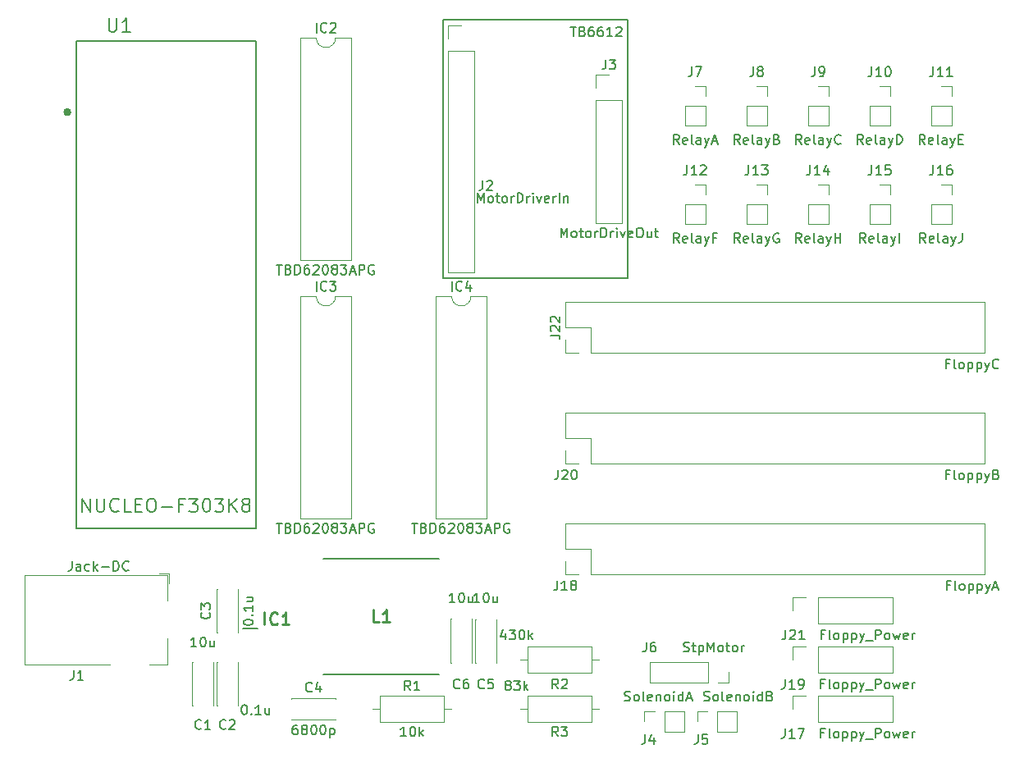
<source format=gbr>
%TF.GenerationSoftware,KiCad,Pcbnew,(6.0.7)*%
%TF.CreationDate,2023-04-09T01:20:44+09:00*%
%TF.ProjectId,EleMagDriver,456c654d-6167-4447-9269-7665722e6b69,rev?*%
%TF.SameCoordinates,Original*%
%TF.FileFunction,Legend,Top*%
%TF.FilePolarity,Positive*%
%FSLAX46Y46*%
G04 Gerber Fmt 4.6, Leading zero omitted, Abs format (unit mm)*
G04 Created by KiCad (PCBNEW (6.0.7)) date 2023-04-09 01:20:44*
%MOMM*%
%LPD*%
G01*
G04 APERTURE LIST*
%ADD10C,0.150000*%
%ADD11C,0.254000*%
%ADD12C,0.120000*%
%ADD13C,0.127000*%
%ADD14C,0.400000*%
%ADD15C,0.200000*%
G04 APERTURE END LIST*
D10*
X158599523Y-52157380D02*
X159170952Y-52157380D01*
X158885238Y-53157380D02*
X158885238Y-52157380D01*
X159837619Y-52633571D02*
X159980476Y-52681190D01*
X160028095Y-52728809D01*
X160075714Y-52824047D01*
X160075714Y-52966904D01*
X160028095Y-53062142D01*
X159980476Y-53109761D01*
X159885238Y-53157380D01*
X159504285Y-53157380D01*
X159504285Y-52157380D01*
X159837619Y-52157380D01*
X159932857Y-52205000D01*
X159980476Y-52252619D01*
X160028095Y-52347857D01*
X160028095Y-52443095D01*
X159980476Y-52538333D01*
X159932857Y-52585952D01*
X159837619Y-52633571D01*
X159504285Y-52633571D01*
X160932857Y-52157380D02*
X160742380Y-52157380D01*
X160647142Y-52205000D01*
X160599523Y-52252619D01*
X160504285Y-52395476D01*
X160456666Y-52585952D01*
X160456666Y-52966904D01*
X160504285Y-53062142D01*
X160551904Y-53109761D01*
X160647142Y-53157380D01*
X160837619Y-53157380D01*
X160932857Y-53109761D01*
X160980476Y-53062142D01*
X161028095Y-52966904D01*
X161028095Y-52728809D01*
X160980476Y-52633571D01*
X160932857Y-52585952D01*
X160837619Y-52538333D01*
X160647142Y-52538333D01*
X160551904Y-52585952D01*
X160504285Y-52633571D01*
X160456666Y-52728809D01*
X161885238Y-52157380D02*
X161694761Y-52157380D01*
X161599523Y-52205000D01*
X161551904Y-52252619D01*
X161456666Y-52395476D01*
X161409047Y-52585952D01*
X161409047Y-52966904D01*
X161456666Y-53062142D01*
X161504285Y-53109761D01*
X161599523Y-53157380D01*
X161790000Y-53157380D01*
X161885238Y-53109761D01*
X161932857Y-53062142D01*
X161980476Y-52966904D01*
X161980476Y-52728809D01*
X161932857Y-52633571D01*
X161885238Y-52585952D01*
X161790000Y-52538333D01*
X161599523Y-52538333D01*
X161504285Y-52585952D01*
X161456666Y-52633571D01*
X161409047Y-52728809D01*
X162932857Y-53157380D02*
X162361428Y-53157380D01*
X162647142Y-53157380D02*
X162647142Y-52157380D01*
X162551904Y-52300238D01*
X162456666Y-52395476D01*
X162361428Y-52443095D01*
X163313809Y-52252619D02*
X163361428Y-52205000D01*
X163456666Y-52157380D01*
X163694761Y-52157380D01*
X163790000Y-52205000D01*
X163837619Y-52252619D01*
X163885238Y-52347857D01*
X163885238Y-52443095D01*
X163837619Y-52585952D01*
X163266190Y-53157380D01*
X163885238Y-53157380D01*
X145415000Y-51435000D02*
X164465000Y-51435000D01*
X164465000Y-51435000D02*
X164465000Y-78105000D01*
X164465000Y-78105000D02*
X145415000Y-78105000D01*
X145415000Y-78105000D02*
X145415000Y-51435000D01*
%TO.C,C2*%
X123023333Y-124563142D02*
X122975714Y-124610761D01*
X122832857Y-124658380D01*
X122737619Y-124658380D01*
X122594761Y-124610761D01*
X122499523Y-124515523D01*
X122451904Y-124420285D01*
X122404285Y-124229809D01*
X122404285Y-124086952D01*
X122451904Y-123896476D01*
X122499523Y-123801238D01*
X122594761Y-123706000D01*
X122737619Y-123658380D01*
X122832857Y-123658380D01*
X122975714Y-123706000D01*
X123023333Y-123753619D01*
X123404285Y-123753619D02*
X123451904Y-123706000D01*
X123547142Y-123658380D01*
X123785238Y-123658380D01*
X123880476Y-123706000D01*
X123928095Y-123753619D01*
X123975714Y-123848857D01*
X123975714Y-123944095D01*
X123928095Y-124086952D01*
X123356666Y-124658380D01*
X123975714Y-124658380D01*
X124896714Y-122134380D02*
X124991952Y-122134380D01*
X125087190Y-122182000D01*
X125134809Y-122229619D01*
X125182428Y-122324857D01*
X125230047Y-122515333D01*
X125230047Y-122753428D01*
X125182428Y-122943904D01*
X125134809Y-123039142D01*
X125087190Y-123086761D01*
X124991952Y-123134380D01*
X124896714Y-123134380D01*
X124801476Y-123086761D01*
X124753857Y-123039142D01*
X124706238Y-122943904D01*
X124658619Y-122753428D01*
X124658619Y-122515333D01*
X124706238Y-122324857D01*
X124753857Y-122229619D01*
X124801476Y-122182000D01*
X124896714Y-122134380D01*
X125658619Y-123039142D02*
X125706238Y-123086761D01*
X125658619Y-123134380D01*
X125611000Y-123086761D01*
X125658619Y-123039142D01*
X125658619Y-123134380D01*
X126658619Y-123134380D02*
X126087190Y-123134380D01*
X126372904Y-123134380D02*
X126372904Y-122134380D01*
X126277666Y-122277238D01*
X126182428Y-122372476D01*
X126087190Y-122420095D01*
X127515761Y-122467714D02*
X127515761Y-123134380D01*
X127087190Y-122467714D02*
X127087190Y-122991523D01*
X127134809Y-123086761D01*
X127230047Y-123134380D01*
X127372904Y-123134380D01*
X127468142Y-123086761D01*
X127515761Y-123039142D01*
%TO.C,U1*%
X110958381Y-51287821D02*
X110958381Y-52423079D01*
X111025161Y-52556639D01*
X111091941Y-52623419D01*
X111225501Y-52690199D01*
X111492620Y-52690199D01*
X111626180Y-52623419D01*
X111692960Y-52556639D01*
X111759740Y-52423079D01*
X111759740Y-51287821D01*
X113162118Y-52690199D02*
X112360759Y-52690199D01*
X112761438Y-52690199D02*
X112761438Y-51287821D01*
X112627879Y-51488160D01*
X112494319Y-51621720D01*
X112360759Y-51688500D01*
X108234244Y-102233757D02*
X108234244Y-100832820D01*
X109034779Y-102233757D01*
X109034779Y-100832820D01*
X109701892Y-100832820D02*
X109701892Y-101966912D01*
X109768603Y-102100334D01*
X109835315Y-102167045D01*
X109968737Y-102233757D01*
X110235582Y-102233757D01*
X110369005Y-102167045D01*
X110435716Y-102100334D01*
X110502427Y-101966912D01*
X110502427Y-100832820D01*
X111970076Y-102100334D02*
X111903364Y-102167045D01*
X111703231Y-102233757D01*
X111569808Y-102233757D01*
X111369674Y-102167045D01*
X111236252Y-102033623D01*
X111169540Y-101900200D01*
X111102829Y-101633355D01*
X111102829Y-101433221D01*
X111169540Y-101166376D01*
X111236252Y-101032954D01*
X111369674Y-100899531D01*
X111569808Y-100832820D01*
X111703231Y-100832820D01*
X111903364Y-100899531D01*
X111970076Y-100966242D01*
X113237590Y-102233757D02*
X112570477Y-102233757D01*
X112570477Y-100832820D01*
X113704569Y-101499933D02*
X114171548Y-101499933D01*
X114371682Y-102233757D02*
X113704569Y-102233757D01*
X113704569Y-100832820D01*
X114371682Y-100832820D01*
X115238929Y-100832820D02*
X115505774Y-100832820D01*
X115639196Y-100899531D01*
X115772619Y-101032954D01*
X115839330Y-101299799D01*
X115839330Y-101766778D01*
X115772619Y-102033623D01*
X115639196Y-102167045D01*
X115505774Y-102233757D01*
X115238929Y-102233757D01*
X115105506Y-102167045D01*
X114972084Y-102033623D01*
X114905372Y-101766778D01*
X114905372Y-101299799D01*
X114972084Y-101032954D01*
X115105506Y-100899531D01*
X115238929Y-100832820D01*
X116439732Y-101700066D02*
X117507112Y-101700066D01*
X118641204Y-101499933D02*
X118174225Y-101499933D01*
X118174225Y-102233757D02*
X118174225Y-100832820D01*
X118841338Y-100832820D01*
X119241606Y-100832820D02*
X120108853Y-100832820D01*
X119641874Y-101366510D01*
X119842007Y-101366510D01*
X119975430Y-101433221D01*
X120042141Y-101499933D01*
X120108853Y-101633355D01*
X120108853Y-101966912D01*
X120042141Y-102100334D01*
X119975430Y-102167045D01*
X119842007Y-102233757D01*
X119441740Y-102233757D01*
X119308317Y-102167045D01*
X119241606Y-102100334D01*
X120976099Y-100832820D02*
X121109522Y-100832820D01*
X121242944Y-100899531D01*
X121309656Y-100966242D01*
X121376367Y-101099665D01*
X121443078Y-101366510D01*
X121443078Y-101700066D01*
X121376367Y-101966912D01*
X121309656Y-102100334D01*
X121242944Y-102167045D01*
X121109522Y-102233757D01*
X120976099Y-102233757D01*
X120842677Y-102167045D01*
X120775965Y-102100334D01*
X120709254Y-101966912D01*
X120642543Y-101700066D01*
X120642543Y-101366510D01*
X120709254Y-101099665D01*
X120775965Y-100966242D01*
X120842677Y-100899531D01*
X120976099Y-100832820D01*
X121910057Y-100832820D02*
X122777304Y-100832820D01*
X122310325Y-101366510D01*
X122510459Y-101366510D01*
X122643881Y-101433221D01*
X122710593Y-101499933D01*
X122777304Y-101633355D01*
X122777304Y-101966912D01*
X122710593Y-102100334D01*
X122643881Y-102167045D01*
X122510459Y-102233757D01*
X122110191Y-102233757D01*
X121976769Y-102167045D01*
X121910057Y-102100334D01*
X123377706Y-102233757D02*
X123377706Y-100832820D01*
X124178241Y-102233757D02*
X123577839Y-101433221D01*
X124178241Y-100832820D02*
X123377706Y-101633355D01*
X124978776Y-101433221D02*
X124845354Y-101366510D01*
X124778643Y-101299799D01*
X124711931Y-101166376D01*
X124711931Y-101099665D01*
X124778643Y-100966242D01*
X124845354Y-100899531D01*
X124978776Y-100832820D01*
X125245622Y-100832820D01*
X125379044Y-100899531D01*
X125445755Y-100966242D01*
X125512467Y-101099665D01*
X125512467Y-101166376D01*
X125445755Y-101299799D01*
X125379044Y-101366510D01*
X125245622Y-101433221D01*
X124978776Y-101433221D01*
X124845354Y-101499933D01*
X124778643Y-101566644D01*
X124711931Y-101700066D01*
X124711931Y-101966912D01*
X124778643Y-102100334D01*
X124845354Y-102167045D01*
X124978776Y-102233757D01*
X125245622Y-102233757D01*
X125379044Y-102167045D01*
X125445755Y-102100334D01*
X125512467Y-101966912D01*
X125512467Y-101700066D01*
X125445755Y-101566644D01*
X125379044Y-101499933D01*
X125245622Y-101433221D01*
%TO.C,R3*%
X157313333Y-125377380D02*
X156980000Y-124901190D01*
X156741904Y-125377380D02*
X156741904Y-124377380D01*
X157122857Y-124377380D01*
X157218095Y-124425000D01*
X157265714Y-124472619D01*
X157313333Y-124567857D01*
X157313333Y-124710714D01*
X157265714Y-124805952D01*
X157218095Y-124853571D01*
X157122857Y-124901190D01*
X156741904Y-124901190D01*
X157646666Y-124377380D02*
X158265714Y-124377380D01*
X157932380Y-124758333D01*
X158075238Y-124758333D01*
X158170476Y-124805952D01*
X158218095Y-124853571D01*
X158265714Y-124948809D01*
X158265714Y-125186904D01*
X158218095Y-125282142D01*
X158170476Y-125329761D01*
X158075238Y-125377380D01*
X157789523Y-125377380D01*
X157694285Y-125329761D01*
X157646666Y-125282142D01*
X152058809Y-120065952D02*
X151963571Y-120018333D01*
X151915952Y-119970714D01*
X151868333Y-119875476D01*
X151868333Y-119827857D01*
X151915952Y-119732619D01*
X151963571Y-119685000D01*
X152058809Y-119637380D01*
X152249285Y-119637380D01*
X152344523Y-119685000D01*
X152392142Y-119732619D01*
X152439761Y-119827857D01*
X152439761Y-119875476D01*
X152392142Y-119970714D01*
X152344523Y-120018333D01*
X152249285Y-120065952D01*
X152058809Y-120065952D01*
X151963571Y-120113571D01*
X151915952Y-120161190D01*
X151868333Y-120256428D01*
X151868333Y-120446904D01*
X151915952Y-120542142D01*
X151963571Y-120589761D01*
X152058809Y-120637380D01*
X152249285Y-120637380D01*
X152344523Y-120589761D01*
X152392142Y-120542142D01*
X152439761Y-120446904D01*
X152439761Y-120256428D01*
X152392142Y-120161190D01*
X152344523Y-120113571D01*
X152249285Y-120065952D01*
X152773095Y-119637380D02*
X153392142Y-119637380D01*
X153058809Y-120018333D01*
X153201666Y-120018333D01*
X153296904Y-120065952D01*
X153344523Y-120113571D01*
X153392142Y-120208809D01*
X153392142Y-120446904D01*
X153344523Y-120542142D01*
X153296904Y-120589761D01*
X153201666Y-120637380D01*
X152915952Y-120637380D01*
X152820714Y-120589761D01*
X152773095Y-120542142D01*
X153820714Y-120637380D02*
X153820714Y-119637380D01*
X153915952Y-120256428D02*
X154201666Y-120637380D01*
X154201666Y-119970714D02*
X153820714Y-120351666D01*
%TO.C,R2*%
X157313333Y-120467380D02*
X156980000Y-119991190D01*
X156741904Y-120467380D02*
X156741904Y-119467380D01*
X157122857Y-119467380D01*
X157218095Y-119515000D01*
X157265714Y-119562619D01*
X157313333Y-119657857D01*
X157313333Y-119800714D01*
X157265714Y-119895952D01*
X157218095Y-119943571D01*
X157122857Y-119991190D01*
X156741904Y-119991190D01*
X157694285Y-119562619D02*
X157741904Y-119515000D01*
X157837142Y-119467380D01*
X158075238Y-119467380D01*
X158170476Y-119515000D01*
X158218095Y-119562619D01*
X158265714Y-119657857D01*
X158265714Y-119753095D01*
X158218095Y-119895952D01*
X157646666Y-120467380D01*
X158265714Y-120467380D01*
X151868333Y-114720714D02*
X151868333Y-115387380D01*
X151630238Y-114339761D02*
X151392142Y-115054047D01*
X152011190Y-115054047D01*
X152296904Y-114387380D02*
X152915952Y-114387380D01*
X152582619Y-114768333D01*
X152725476Y-114768333D01*
X152820714Y-114815952D01*
X152868333Y-114863571D01*
X152915952Y-114958809D01*
X152915952Y-115196904D01*
X152868333Y-115292142D01*
X152820714Y-115339761D01*
X152725476Y-115387380D01*
X152439761Y-115387380D01*
X152344523Y-115339761D01*
X152296904Y-115292142D01*
X153535000Y-114387380D02*
X153630238Y-114387380D01*
X153725476Y-114435000D01*
X153773095Y-114482619D01*
X153820714Y-114577857D01*
X153868333Y-114768333D01*
X153868333Y-115006428D01*
X153820714Y-115196904D01*
X153773095Y-115292142D01*
X153725476Y-115339761D01*
X153630238Y-115387380D01*
X153535000Y-115387380D01*
X153439761Y-115339761D01*
X153392142Y-115292142D01*
X153344523Y-115196904D01*
X153296904Y-115006428D01*
X153296904Y-114768333D01*
X153344523Y-114577857D01*
X153392142Y-114482619D01*
X153439761Y-114435000D01*
X153535000Y-114387380D01*
X154296904Y-115387380D02*
X154296904Y-114387380D01*
X154392142Y-115006428D02*
X154677857Y-115387380D01*
X154677857Y-114720714D02*
X154296904Y-115101666D01*
%TO.C,R1*%
X142073333Y-120637380D02*
X141740000Y-120161190D01*
X141501904Y-120637380D02*
X141501904Y-119637380D01*
X141882857Y-119637380D01*
X141978095Y-119685000D01*
X142025714Y-119732619D01*
X142073333Y-119827857D01*
X142073333Y-119970714D01*
X142025714Y-120065952D01*
X141978095Y-120113571D01*
X141882857Y-120161190D01*
X141501904Y-120161190D01*
X143025714Y-120637380D02*
X142454285Y-120637380D01*
X142740000Y-120637380D02*
X142740000Y-119637380D01*
X142644761Y-119780238D01*
X142549523Y-119875476D01*
X142454285Y-119923095D01*
X141644761Y-125377380D02*
X141073333Y-125377380D01*
X141359047Y-125377380D02*
X141359047Y-124377380D01*
X141263809Y-124520238D01*
X141168571Y-124615476D01*
X141073333Y-124663095D01*
X142263809Y-124377380D02*
X142359047Y-124377380D01*
X142454285Y-124425000D01*
X142501904Y-124472619D01*
X142549523Y-124567857D01*
X142597142Y-124758333D01*
X142597142Y-124996428D01*
X142549523Y-125186904D01*
X142501904Y-125282142D01*
X142454285Y-125329761D01*
X142359047Y-125377380D01*
X142263809Y-125377380D01*
X142168571Y-125329761D01*
X142120952Y-125282142D01*
X142073333Y-125186904D01*
X142025714Y-124996428D01*
X142025714Y-124758333D01*
X142073333Y-124567857D01*
X142120952Y-124472619D01*
X142168571Y-124425000D01*
X142263809Y-124377380D01*
X143025714Y-125377380D02*
X143025714Y-124377380D01*
X143120952Y-124996428D02*
X143406666Y-125377380D01*
X143406666Y-124710714D02*
X143025714Y-125091666D01*
D11*
%TO.C,L1*%
X138853333Y-113604523D02*
X138248571Y-113604523D01*
X138248571Y-112334523D01*
X139941904Y-113604523D02*
X139216190Y-113604523D01*
X139579047Y-113604523D02*
X139579047Y-112334523D01*
X139458095Y-112515952D01*
X139337142Y-112636904D01*
X139216190Y-112697380D01*
D10*
%TO.C,J22*%
X156507380Y-83994523D02*
X157221666Y-83994523D01*
X157364523Y-84042142D01*
X157459761Y-84137380D01*
X157507380Y-84280238D01*
X157507380Y-84375476D01*
X156602619Y-83565952D02*
X156555000Y-83518333D01*
X156507380Y-83423095D01*
X156507380Y-83185000D01*
X156555000Y-83089761D01*
X156602619Y-83042142D01*
X156697857Y-82994523D01*
X156793095Y-82994523D01*
X156935952Y-83042142D01*
X157507380Y-83613571D01*
X157507380Y-82994523D01*
X156602619Y-82613571D02*
X156555000Y-82565952D01*
X156507380Y-82470714D01*
X156507380Y-82232619D01*
X156555000Y-82137380D01*
X156602619Y-82089761D01*
X156697857Y-82042142D01*
X156793095Y-82042142D01*
X156935952Y-82089761D01*
X157507380Y-82661190D01*
X157507380Y-82042142D01*
X197672857Y-86918571D02*
X197339523Y-86918571D01*
X197339523Y-87442380D02*
X197339523Y-86442380D01*
X197815714Y-86442380D01*
X198339523Y-87442380D02*
X198244285Y-87394761D01*
X198196666Y-87299523D01*
X198196666Y-86442380D01*
X198863333Y-87442380D02*
X198768095Y-87394761D01*
X198720476Y-87347142D01*
X198672857Y-87251904D01*
X198672857Y-86966190D01*
X198720476Y-86870952D01*
X198768095Y-86823333D01*
X198863333Y-86775714D01*
X199006190Y-86775714D01*
X199101428Y-86823333D01*
X199149047Y-86870952D01*
X199196666Y-86966190D01*
X199196666Y-87251904D01*
X199149047Y-87347142D01*
X199101428Y-87394761D01*
X199006190Y-87442380D01*
X198863333Y-87442380D01*
X199625238Y-86775714D02*
X199625238Y-87775714D01*
X199625238Y-86823333D02*
X199720476Y-86775714D01*
X199910952Y-86775714D01*
X200006190Y-86823333D01*
X200053809Y-86870952D01*
X200101428Y-86966190D01*
X200101428Y-87251904D01*
X200053809Y-87347142D01*
X200006190Y-87394761D01*
X199910952Y-87442380D01*
X199720476Y-87442380D01*
X199625238Y-87394761D01*
X200530000Y-86775714D02*
X200530000Y-87775714D01*
X200530000Y-86823333D02*
X200625238Y-86775714D01*
X200815714Y-86775714D01*
X200910952Y-86823333D01*
X200958571Y-86870952D01*
X201006190Y-86966190D01*
X201006190Y-87251904D01*
X200958571Y-87347142D01*
X200910952Y-87394761D01*
X200815714Y-87442380D01*
X200625238Y-87442380D01*
X200530000Y-87394761D01*
X201339523Y-86775714D02*
X201577619Y-87442380D01*
X201815714Y-86775714D02*
X201577619Y-87442380D01*
X201482380Y-87680476D01*
X201434761Y-87728095D01*
X201339523Y-87775714D01*
X202768095Y-87347142D02*
X202720476Y-87394761D01*
X202577619Y-87442380D01*
X202482380Y-87442380D01*
X202339523Y-87394761D01*
X202244285Y-87299523D01*
X202196666Y-87204285D01*
X202149047Y-87013809D01*
X202149047Y-86870952D01*
X202196666Y-86680476D01*
X202244285Y-86585238D01*
X202339523Y-86490000D01*
X202482380Y-86442380D01*
X202577619Y-86442380D01*
X202720476Y-86490000D01*
X202768095Y-86537619D01*
%TO.C,J21*%
X180800476Y-114387380D02*
X180800476Y-115101666D01*
X180752857Y-115244523D01*
X180657619Y-115339761D01*
X180514761Y-115387380D01*
X180419523Y-115387380D01*
X181229047Y-114482619D02*
X181276666Y-114435000D01*
X181371904Y-114387380D01*
X181610000Y-114387380D01*
X181705238Y-114435000D01*
X181752857Y-114482619D01*
X181800476Y-114577857D01*
X181800476Y-114673095D01*
X181752857Y-114815952D01*
X181181428Y-115387380D01*
X181800476Y-115387380D01*
X182752857Y-115387380D02*
X182181428Y-115387380D01*
X182467142Y-115387380D02*
X182467142Y-114387380D01*
X182371904Y-114530238D01*
X182276666Y-114625476D01*
X182181428Y-114673095D01*
X184777619Y-114863571D02*
X184444285Y-114863571D01*
X184444285Y-115387380D02*
X184444285Y-114387380D01*
X184920476Y-114387380D01*
X185444285Y-115387380D02*
X185349047Y-115339761D01*
X185301428Y-115244523D01*
X185301428Y-114387380D01*
X185968095Y-115387380D02*
X185872857Y-115339761D01*
X185825238Y-115292142D01*
X185777619Y-115196904D01*
X185777619Y-114911190D01*
X185825238Y-114815952D01*
X185872857Y-114768333D01*
X185968095Y-114720714D01*
X186110952Y-114720714D01*
X186206190Y-114768333D01*
X186253809Y-114815952D01*
X186301428Y-114911190D01*
X186301428Y-115196904D01*
X186253809Y-115292142D01*
X186206190Y-115339761D01*
X186110952Y-115387380D01*
X185968095Y-115387380D01*
X186730000Y-114720714D02*
X186730000Y-115720714D01*
X186730000Y-114768333D02*
X186825238Y-114720714D01*
X187015714Y-114720714D01*
X187110952Y-114768333D01*
X187158571Y-114815952D01*
X187206190Y-114911190D01*
X187206190Y-115196904D01*
X187158571Y-115292142D01*
X187110952Y-115339761D01*
X187015714Y-115387380D01*
X186825238Y-115387380D01*
X186730000Y-115339761D01*
X187634761Y-114720714D02*
X187634761Y-115720714D01*
X187634761Y-114768333D02*
X187730000Y-114720714D01*
X187920476Y-114720714D01*
X188015714Y-114768333D01*
X188063333Y-114815952D01*
X188110952Y-114911190D01*
X188110952Y-115196904D01*
X188063333Y-115292142D01*
X188015714Y-115339761D01*
X187920476Y-115387380D01*
X187730000Y-115387380D01*
X187634761Y-115339761D01*
X188444285Y-114720714D02*
X188682380Y-115387380D01*
X188920476Y-114720714D02*
X188682380Y-115387380D01*
X188587142Y-115625476D01*
X188539523Y-115673095D01*
X188444285Y-115720714D01*
X189063333Y-115482619D02*
X189825238Y-115482619D01*
X190063333Y-115387380D02*
X190063333Y-114387380D01*
X190444285Y-114387380D01*
X190539523Y-114435000D01*
X190587142Y-114482619D01*
X190634761Y-114577857D01*
X190634761Y-114720714D01*
X190587142Y-114815952D01*
X190539523Y-114863571D01*
X190444285Y-114911190D01*
X190063333Y-114911190D01*
X191206190Y-115387380D02*
X191110952Y-115339761D01*
X191063333Y-115292142D01*
X191015714Y-115196904D01*
X191015714Y-114911190D01*
X191063333Y-114815952D01*
X191110952Y-114768333D01*
X191206190Y-114720714D01*
X191349047Y-114720714D01*
X191444285Y-114768333D01*
X191491904Y-114815952D01*
X191539523Y-114911190D01*
X191539523Y-115196904D01*
X191491904Y-115292142D01*
X191444285Y-115339761D01*
X191349047Y-115387380D01*
X191206190Y-115387380D01*
X191872857Y-114720714D02*
X192063333Y-115387380D01*
X192253809Y-114911190D01*
X192444285Y-115387380D01*
X192634761Y-114720714D01*
X193396666Y-115339761D02*
X193301428Y-115387380D01*
X193110952Y-115387380D01*
X193015714Y-115339761D01*
X192968095Y-115244523D01*
X192968095Y-114863571D01*
X193015714Y-114768333D01*
X193110952Y-114720714D01*
X193301428Y-114720714D01*
X193396666Y-114768333D01*
X193444285Y-114863571D01*
X193444285Y-114958809D01*
X192968095Y-115054047D01*
X193872857Y-115387380D02*
X193872857Y-114720714D01*
X193872857Y-114911190D02*
X193920476Y-114815952D01*
X193968095Y-114768333D01*
X194063333Y-114720714D01*
X194158571Y-114720714D01*
%TO.C,J20*%
X157310476Y-97872380D02*
X157310476Y-98586666D01*
X157262857Y-98729523D01*
X157167619Y-98824761D01*
X157024761Y-98872380D01*
X156929523Y-98872380D01*
X157739047Y-97967619D02*
X157786666Y-97920000D01*
X157881904Y-97872380D01*
X158120000Y-97872380D01*
X158215238Y-97920000D01*
X158262857Y-97967619D01*
X158310476Y-98062857D01*
X158310476Y-98158095D01*
X158262857Y-98300952D01*
X157691428Y-98872380D01*
X158310476Y-98872380D01*
X158929523Y-97872380D02*
X159024761Y-97872380D01*
X159120000Y-97920000D01*
X159167619Y-97967619D01*
X159215238Y-98062857D01*
X159262857Y-98253333D01*
X159262857Y-98491428D01*
X159215238Y-98681904D01*
X159167619Y-98777142D01*
X159120000Y-98824761D01*
X159024761Y-98872380D01*
X158929523Y-98872380D01*
X158834285Y-98824761D01*
X158786666Y-98777142D01*
X158739047Y-98681904D01*
X158691428Y-98491428D01*
X158691428Y-98253333D01*
X158739047Y-98062857D01*
X158786666Y-97967619D01*
X158834285Y-97920000D01*
X158929523Y-97872380D01*
X197672857Y-98348571D02*
X197339523Y-98348571D01*
X197339523Y-98872380D02*
X197339523Y-97872380D01*
X197815714Y-97872380D01*
X198339523Y-98872380D02*
X198244285Y-98824761D01*
X198196666Y-98729523D01*
X198196666Y-97872380D01*
X198863333Y-98872380D02*
X198768095Y-98824761D01*
X198720476Y-98777142D01*
X198672857Y-98681904D01*
X198672857Y-98396190D01*
X198720476Y-98300952D01*
X198768095Y-98253333D01*
X198863333Y-98205714D01*
X199006190Y-98205714D01*
X199101428Y-98253333D01*
X199149047Y-98300952D01*
X199196666Y-98396190D01*
X199196666Y-98681904D01*
X199149047Y-98777142D01*
X199101428Y-98824761D01*
X199006190Y-98872380D01*
X198863333Y-98872380D01*
X199625238Y-98205714D02*
X199625238Y-99205714D01*
X199625238Y-98253333D02*
X199720476Y-98205714D01*
X199910952Y-98205714D01*
X200006190Y-98253333D01*
X200053809Y-98300952D01*
X200101428Y-98396190D01*
X200101428Y-98681904D01*
X200053809Y-98777142D01*
X200006190Y-98824761D01*
X199910952Y-98872380D01*
X199720476Y-98872380D01*
X199625238Y-98824761D01*
X200530000Y-98205714D02*
X200530000Y-99205714D01*
X200530000Y-98253333D02*
X200625238Y-98205714D01*
X200815714Y-98205714D01*
X200910952Y-98253333D01*
X200958571Y-98300952D01*
X201006190Y-98396190D01*
X201006190Y-98681904D01*
X200958571Y-98777142D01*
X200910952Y-98824761D01*
X200815714Y-98872380D01*
X200625238Y-98872380D01*
X200530000Y-98824761D01*
X201339523Y-98205714D02*
X201577619Y-98872380D01*
X201815714Y-98205714D02*
X201577619Y-98872380D01*
X201482380Y-99110476D01*
X201434761Y-99158095D01*
X201339523Y-99205714D01*
X202530000Y-98348571D02*
X202672857Y-98396190D01*
X202720476Y-98443809D01*
X202768095Y-98539047D01*
X202768095Y-98681904D01*
X202720476Y-98777142D01*
X202672857Y-98824761D01*
X202577619Y-98872380D01*
X202196666Y-98872380D01*
X202196666Y-97872380D01*
X202530000Y-97872380D01*
X202625238Y-97920000D01*
X202672857Y-97967619D01*
X202720476Y-98062857D01*
X202720476Y-98158095D01*
X202672857Y-98253333D01*
X202625238Y-98300952D01*
X202530000Y-98348571D01*
X202196666Y-98348571D01*
%TO.C,J19*%
X180740476Y-119492380D02*
X180740476Y-120206666D01*
X180692857Y-120349523D01*
X180597619Y-120444761D01*
X180454761Y-120492380D01*
X180359523Y-120492380D01*
X181740476Y-120492380D02*
X181169047Y-120492380D01*
X181454761Y-120492380D02*
X181454761Y-119492380D01*
X181359523Y-119635238D01*
X181264285Y-119730476D01*
X181169047Y-119778095D01*
X182216666Y-120492380D02*
X182407142Y-120492380D01*
X182502380Y-120444761D01*
X182550000Y-120397142D01*
X182645238Y-120254285D01*
X182692857Y-120063809D01*
X182692857Y-119682857D01*
X182645238Y-119587619D01*
X182597619Y-119540000D01*
X182502380Y-119492380D01*
X182311904Y-119492380D01*
X182216666Y-119540000D01*
X182169047Y-119587619D01*
X182121428Y-119682857D01*
X182121428Y-119920952D01*
X182169047Y-120016190D01*
X182216666Y-120063809D01*
X182311904Y-120111428D01*
X182502380Y-120111428D01*
X182597619Y-120063809D01*
X182645238Y-120016190D01*
X182692857Y-119920952D01*
X184767619Y-119943571D02*
X184434285Y-119943571D01*
X184434285Y-120467380D02*
X184434285Y-119467380D01*
X184910476Y-119467380D01*
X185434285Y-120467380D02*
X185339047Y-120419761D01*
X185291428Y-120324523D01*
X185291428Y-119467380D01*
X185958095Y-120467380D02*
X185862857Y-120419761D01*
X185815238Y-120372142D01*
X185767619Y-120276904D01*
X185767619Y-119991190D01*
X185815238Y-119895952D01*
X185862857Y-119848333D01*
X185958095Y-119800714D01*
X186100952Y-119800714D01*
X186196190Y-119848333D01*
X186243809Y-119895952D01*
X186291428Y-119991190D01*
X186291428Y-120276904D01*
X186243809Y-120372142D01*
X186196190Y-120419761D01*
X186100952Y-120467380D01*
X185958095Y-120467380D01*
X186720000Y-119800714D02*
X186720000Y-120800714D01*
X186720000Y-119848333D02*
X186815238Y-119800714D01*
X187005714Y-119800714D01*
X187100952Y-119848333D01*
X187148571Y-119895952D01*
X187196190Y-119991190D01*
X187196190Y-120276904D01*
X187148571Y-120372142D01*
X187100952Y-120419761D01*
X187005714Y-120467380D01*
X186815238Y-120467380D01*
X186720000Y-120419761D01*
X187624761Y-119800714D02*
X187624761Y-120800714D01*
X187624761Y-119848333D02*
X187720000Y-119800714D01*
X187910476Y-119800714D01*
X188005714Y-119848333D01*
X188053333Y-119895952D01*
X188100952Y-119991190D01*
X188100952Y-120276904D01*
X188053333Y-120372142D01*
X188005714Y-120419761D01*
X187910476Y-120467380D01*
X187720000Y-120467380D01*
X187624761Y-120419761D01*
X188434285Y-119800714D02*
X188672380Y-120467380D01*
X188910476Y-119800714D02*
X188672380Y-120467380D01*
X188577142Y-120705476D01*
X188529523Y-120753095D01*
X188434285Y-120800714D01*
X189053333Y-120562619D02*
X189815238Y-120562619D01*
X190053333Y-120467380D02*
X190053333Y-119467380D01*
X190434285Y-119467380D01*
X190529523Y-119515000D01*
X190577142Y-119562619D01*
X190624761Y-119657857D01*
X190624761Y-119800714D01*
X190577142Y-119895952D01*
X190529523Y-119943571D01*
X190434285Y-119991190D01*
X190053333Y-119991190D01*
X191196190Y-120467380D02*
X191100952Y-120419761D01*
X191053333Y-120372142D01*
X191005714Y-120276904D01*
X191005714Y-119991190D01*
X191053333Y-119895952D01*
X191100952Y-119848333D01*
X191196190Y-119800714D01*
X191339047Y-119800714D01*
X191434285Y-119848333D01*
X191481904Y-119895952D01*
X191529523Y-119991190D01*
X191529523Y-120276904D01*
X191481904Y-120372142D01*
X191434285Y-120419761D01*
X191339047Y-120467380D01*
X191196190Y-120467380D01*
X191862857Y-119800714D02*
X192053333Y-120467380D01*
X192243809Y-119991190D01*
X192434285Y-120467380D01*
X192624761Y-119800714D01*
X193386666Y-120419761D02*
X193291428Y-120467380D01*
X193100952Y-120467380D01*
X193005714Y-120419761D01*
X192958095Y-120324523D01*
X192958095Y-119943571D01*
X193005714Y-119848333D01*
X193100952Y-119800714D01*
X193291428Y-119800714D01*
X193386666Y-119848333D01*
X193434285Y-119943571D01*
X193434285Y-120038809D01*
X192958095Y-120134047D01*
X193862857Y-120467380D02*
X193862857Y-119800714D01*
X193862857Y-119991190D02*
X193910476Y-119895952D01*
X193958095Y-119848333D01*
X194053333Y-119800714D01*
X194148571Y-119800714D01*
%TO.C,J18*%
X157245476Y-109302380D02*
X157245476Y-110016666D01*
X157197857Y-110159523D01*
X157102619Y-110254761D01*
X156959761Y-110302380D01*
X156864523Y-110302380D01*
X158245476Y-110302380D02*
X157674047Y-110302380D01*
X157959761Y-110302380D02*
X157959761Y-109302380D01*
X157864523Y-109445238D01*
X157769285Y-109540476D01*
X157674047Y-109588095D01*
X158816904Y-109730952D02*
X158721666Y-109683333D01*
X158674047Y-109635714D01*
X158626428Y-109540476D01*
X158626428Y-109492857D01*
X158674047Y-109397619D01*
X158721666Y-109350000D01*
X158816904Y-109302380D01*
X159007380Y-109302380D01*
X159102619Y-109350000D01*
X159150238Y-109397619D01*
X159197857Y-109492857D01*
X159197857Y-109540476D01*
X159150238Y-109635714D01*
X159102619Y-109683333D01*
X159007380Y-109730952D01*
X158816904Y-109730952D01*
X158721666Y-109778571D01*
X158674047Y-109826190D01*
X158626428Y-109921428D01*
X158626428Y-110111904D01*
X158674047Y-110207142D01*
X158721666Y-110254761D01*
X158816904Y-110302380D01*
X159007380Y-110302380D01*
X159102619Y-110254761D01*
X159150238Y-110207142D01*
X159197857Y-110111904D01*
X159197857Y-109921428D01*
X159150238Y-109826190D01*
X159102619Y-109778571D01*
X159007380Y-109730952D01*
X197744285Y-109778571D02*
X197410952Y-109778571D01*
X197410952Y-110302380D02*
X197410952Y-109302380D01*
X197887142Y-109302380D01*
X198410952Y-110302380D02*
X198315714Y-110254761D01*
X198268095Y-110159523D01*
X198268095Y-109302380D01*
X198934761Y-110302380D02*
X198839523Y-110254761D01*
X198791904Y-110207142D01*
X198744285Y-110111904D01*
X198744285Y-109826190D01*
X198791904Y-109730952D01*
X198839523Y-109683333D01*
X198934761Y-109635714D01*
X199077619Y-109635714D01*
X199172857Y-109683333D01*
X199220476Y-109730952D01*
X199268095Y-109826190D01*
X199268095Y-110111904D01*
X199220476Y-110207142D01*
X199172857Y-110254761D01*
X199077619Y-110302380D01*
X198934761Y-110302380D01*
X199696666Y-109635714D02*
X199696666Y-110635714D01*
X199696666Y-109683333D02*
X199791904Y-109635714D01*
X199982380Y-109635714D01*
X200077619Y-109683333D01*
X200125238Y-109730952D01*
X200172857Y-109826190D01*
X200172857Y-110111904D01*
X200125238Y-110207142D01*
X200077619Y-110254761D01*
X199982380Y-110302380D01*
X199791904Y-110302380D01*
X199696666Y-110254761D01*
X200601428Y-109635714D02*
X200601428Y-110635714D01*
X200601428Y-109683333D02*
X200696666Y-109635714D01*
X200887142Y-109635714D01*
X200982380Y-109683333D01*
X201030000Y-109730952D01*
X201077619Y-109826190D01*
X201077619Y-110111904D01*
X201030000Y-110207142D01*
X200982380Y-110254761D01*
X200887142Y-110302380D01*
X200696666Y-110302380D01*
X200601428Y-110254761D01*
X201410952Y-109635714D02*
X201649047Y-110302380D01*
X201887142Y-109635714D02*
X201649047Y-110302380D01*
X201553809Y-110540476D01*
X201506190Y-110588095D01*
X201410952Y-110635714D01*
X202220476Y-110016666D02*
X202696666Y-110016666D01*
X202125238Y-110302380D02*
X202458571Y-109302380D01*
X202791904Y-110302380D01*
%TO.C,J17*%
X180740476Y-124572380D02*
X180740476Y-125286666D01*
X180692857Y-125429523D01*
X180597619Y-125524761D01*
X180454761Y-125572380D01*
X180359523Y-125572380D01*
X181740476Y-125572380D02*
X181169047Y-125572380D01*
X181454761Y-125572380D02*
X181454761Y-124572380D01*
X181359523Y-124715238D01*
X181264285Y-124810476D01*
X181169047Y-124858095D01*
X182073809Y-124572380D02*
X182740476Y-124572380D01*
X182311904Y-125572380D01*
X184767619Y-125023571D02*
X184434285Y-125023571D01*
X184434285Y-125547380D02*
X184434285Y-124547380D01*
X184910476Y-124547380D01*
X185434285Y-125547380D02*
X185339047Y-125499761D01*
X185291428Y-125404523D01*
X185291428Y-124547380D01*
X185958095Y-125547380D02*
X185862857Y-125499761D01*
X185815238Y-125452142D01*
X185767619Y-125356904D01*
X185767619Y-125071190D01*
X185815238Y-124975952D01*
X185862857Y-124928333D01*
X185958095Y-124880714D01*
X186100952Y-124880714D01*
X186196190Y-124928333D01*
X186243809Y-124975952D01*
X186291428Y-125071190D01*
X186291428Y-125356904D01*
X186243809Y-125452142D01*
X186196190Y-125499761D01*
X186100952Y-125547380D01*
X185958095Y-125547380D01*
X186720000Y-124880714D02*
X186720000Y-125880714D01*
X186720000Y-124928333D02*
X186815238Y-124880714D01*
X187005714Y-124880714D01*
X187100952Y-124928333D01*
X187148571Y-124975952D01*
X187196190Y-125071190D01*
X187196190Y-125356904D01*
X187148571Y-125452142D01*
X187100952Y-125499761D01*
X187005714Y-125547380D01*
X186815238Y-125547380D01*
X186720000Y-125499761D01*
X187624761Y-124880714D02*
X187624761Y-125880714D01*
X187624761Y-124928333D02*
X187720000Y-124880714D01*
X187910476Y-124880714D01*
X188005714Y-124928333D01*
X188053333Y-124975952D01*
X188100952Y-125071190D01*
X188100952Y-125356904D01*
X188053333Y-125452142D01*
X188005714Y-125499761D01*
X187910476Y-125547380D01*
X187720000Y-125547380D01*
X187624761Y-125499761D01*
X188434285Y-124880714D02*
X188672380Y-125547380D01*
X188910476Y-124880714D02*
X188672380Y-125547380D01*
X188577142Y-125785476D01*
X188529523Y-125833095D01*
X188434285Y-125880714D01*
X189053333Y-125642619D02*
X189815238Y-125642619D01*
X190053333Y-125547380D02*
X190053333Y-124547380D01*
X190434285Y-124547380D01*
X190529523Y-124595000D01*
X190577142Y-124642619D01*
X190624761Y-124737857D01*
X190624761Y-124880714D01*
X190577142Y-124975952D01*
X190529523Y-125023571D01*
X190434285Y-125071190D01*
X190053333Y-125071190D01*
X191196190Y-125547380D02*
X191100952Y-125499761D01*
X191053333Y-125452142D01*
X191005714Y-125356904D01*
X191005714Y-125071190D01*
X191053333Y-124975952D01*
X191100952Y-124928333D01*
X191196190Y-124880714D01*
X191339047Y-124880714D01*
X191434285Y-124928333D01*
X191481904Y-124975952D01*
X191529523Y-125071190D01*
X191529523Y-125356904D01*
X191481904Y-125452142D01*
X191434285Y-125499761D01*
X191339047Y-125547380D01*
X191196190Y-125547380D01*
X191862857Y-124880714D02*
X192053333Y-125547380D01*
X192243809Y-125071190D01*
X192434285Y-125547380D01*
X192624761Y-124880714D01*
X193386666Y-125499761D02*
X193291428Y-125547380D01*
X193100952Y-125547380D01*
X193005714Y-125499761D01*
X192958095Y-125404523D01*
X192958095Y-125023571D01*
X193005714Y-124928333D01*
X193100952Y-124880714D01*
X193291428Y-124880714D01*
X193386666Y-124928333D01*
X193434285Y-125023571D01*
X193434285Y-125118809D01*
X192958095Y-125214047D01*
X193862857Y-125547380D02*
X193862857Y-124880714D01*
X193862857Y-125071190D02*
X193910476Y-124975952D01*
X193958095Y-124928333D01*
X194053333Y-124880714D01*
X194148571Y-124880714D01*
%TO.C,J16*%
X196040476Y-66437380D02*
X196040476Y-67151666D01*
X195992857Y-67294523D01*
X195897619Y-67389761D01*
X195754761Y-67437380D01*
X195659523Y-67437380D01*
X197040476Y-67437380D02*
X196469047Y-67437380D01*
X196754761Y-67437380D02*
X196754761Y-66437380D01*
X196659523Y-66580238D01*
X196564285Y-66675476D01*
X196469047Y-66723095D01*
X197897619Y-66437380D02*
X197707142Y-66437380D01*
X197611904Y-66485000D01*
X197564285Y-66532619D01*
X197469047Y-66675476D01*
X197421428Y-66865952D01*
X197421428Y-67246904D01*
X197469047Y-67342142D01*
X197516666Y-67389761D01*
X197611904Y-67437380D01*
X197802380Y-67437380D01*
X197897619Y-67389761D01*
X197945238Y-67342142D01*
X197992857Y-67246904D01*
X197992857Y-67008809D01*
X197945238Y-66913571D01*
X197897619Y-66865952D01*
X197802380Y-66818333D01*
X197611904Y-66818333D01*
X197516666Y-66865952D01*
X197469047Y-66913571D01*
X197421428Y-67008809D01*
X195254761Y-74437380D02*
X194921428Y-73961190D01*
X194683333Y-74437380D02*
X194683333Y-73437380D01*
X195064285Y-73437380D01*
X195159523Y-73485000D01*
X195207142Y-73532619D01*
X195254761Y-73627857D01*
X195254761Y-73770714D01*
X195207142Y-73865952D01*
X195159523Y-73913571D01*
X195064285Y-73961190D01*
X194683333Y-73961190D01*
X196064285Y-74389761D02*
X195969047Y-74437380D01*
X195778571Y-74437380D01*
X195683333Y-74389761D01*
X195635714Y-74294523D01*
X195635714Y-73913571D01*
X195683333Y-73818333D01*
X195778571Y-73770714D01*
X195969047Y-73770714D01*
X196064285Y-73818333D01*
X196111904Y-73913571D01*
X196111904Y-74008809D01*
X195635714Y-74104047D01*
X196683333Y-74437380D02*
X196588095Y-74389761D01*
X196540476Y-74294523D01*
X196540476Y-73437380D01*
X197492857Y-74437380D02*
X197492857Y-73913571D01*
X197445238Y-73818333D01*
X197350000Y-73770714D01*
X197159523Y-73770714D01*
X197064285Y-73818333D01*
X197492857Y-74389761D02*
X197397619Y-74437380D01*
X197159523Y-74437380D01*
X197064285Y-74389761D01*
X197016666Y-74294523D01*
X197016666Y-74199285D01*
X197064285Y-74104047D01*
X197159523Y-74056428D01*
X197397619Y-74056428D01*
X197492857Y-74008809D01*
X197873809Y-73770714D02*
X198111904Y-74437380D01*
X198350000Y-73770714D02*
X198111904Y-74437380D01*
X198016666Y-74675476D01*
X197969047Y-74723095D01*
X197873809Y-74770714D01*
X199016666Y-73437380D02*
X199016666Y-74151666D01*
X198969047Y-74294523D01*
X198873809Y-74389761D01*
X198730952Y-74437380D01*
X198635714Y-74437380D01*
%TO.C,J15*%
X189690476Y-66437380D02*
X189690476Y-67151666D01*
X189642857Y-67294523D01*
X189547619Y-67389761D01*
X189404761Y-67437380D01*
X189309523Y-67437380D01*
X190690476Y-67437380D02*
X190119047Y-67437380D01*
X190404761Y-67437380D02*
X190404761Y-66437380D01*
X190309523Y-66580238D01*
X190214285Y-66675476D01*
X190119047Y-66723095D01*
X191595238Y-66437380D02*
X191119047Y-66437380D01*
X191071428Y-66913571D01*
X191119047Y-66865952D01*
X191214285Y-66818333D01*
X191452380Y-66818333D01*
X191547619Y-66865952D01*
X191595238Y-66913571D01*
X191642857Y-67008809D01*
X191642857Y-67246904D01*
X191595238Y-67342142D01*
X191547619Y-67389761D01*
X191452380Y-67437380D01*
X191214285Y-67437380D01*
X191119047Y-67389761D01*
X191071428Y-67342142D01*
X189047619Y-74437380D02*
X188714285Y-73961190D01*
X188476190Y-74437380D02*
X188476190Y-73437380D01*
X188857142Y-73437380D01*
X188952380Y-73485000D01*
X189000000Y-73532619D01*
X189047619Y-73627857D01*
X189047619Y-73770714D01*
X189000000Y-73865952D01*
X188952380Y-73913571D01*
X188857142Y-73961190D01*
X188476190Y-73961190D01*
X189857142Y-74389761D02*
X189761904Y-74437380D01*
X189571428Y-74437380D01*
X189476190Y-74389761D01*
X189428571Y-74294523D01*
X189428571Y-73913571D01*
X189476190Y-73818333D01*
X189571428Y-73770714D01*
X189761904Y-73770714D01*
X189857142Y-73818333D01*
X189904761Y-73913571D01*
X189904761Y-74008809D01*
X189428571Y-74104047D01*
X190476190Y-74437380D02*
X190380952Y-74389761D01*
X190333333Y-74294523D01*
X190333333Y-73437380D01*
X191285714Y-74437380D02*
X191285714Y-73913571D01*
X191238095Y-73818333D01*
X191142857Y-73770714D01*
X190952380Y-73770714D01*
X190857142Y-73818333D01*
X191285714Y-74389761D02*
X191190476Y-74437380D01*
X190952380Y-74437380D01*
X190857142Y-74389761D01*
X190809523Y-74294523D01*
X190809523Y-74199285D01*
X190857142Y-74104047D01*
X190952380Y-74056428D01*
X191190476Y-74056428D01*
X191285714Y-74008809D01*
X191666666Y-73770714D02*
X191904761Y-74437380D01*
X192142857Y-73770714D02*
X191904761Y-74437380D01*
X191809523Y-74675476D01*
X191761904Y-74723095D01*
X191666666Y-74770714D01*
X192523809Y-74437380D02*
X192523809Y-73437380D01*
%TO.C,J14*%
X183340476Y-66437380D02*
X183340476Y-67151666D01*
X183292857Y-67294523D01*
X183197619Y-67389761D01*
X183054761Y-67437380D01*
X182959523Y-67437380D01*
X184340476Y-67437380D02*
X183769047Y-67437380D01*
X184054761Y-67437380D02*
X184054761Y-66437380D01*
X183959523Y-66580238D01*
X183864285Y-66675476D01*
X183769047Y-66723095D01*
X185197619Y-66770714D02*
X185197619Y-67437380D01*
X184959523Y-66389761D02*
X184721428Y-67104047D01*
X185340476Y-67104047D01*
X182411904Y-74437380D02*
X182078571Y-73961190D01*
X181840476Y-74437380D02*
X181840476Y-73437380D01*
X182221428Y-73437380D01*
X182316666Y-73485000D01*
X182364285Y-73532619D01*
X182411904Y-73627857D01*
X182411904Y-73770714D01*
X182364285Y-73865952D01*
X182316666Y-73913571D01*
X182221428Y-73961190D01*
X181840476Y-73961190D01*
X183221428Y-74389761D02*
X183126190Y-74437380D01*
X182935714Y-74437380D01*
X182840476Y-74389761D01*
X182792857Y-74294523D01*
X182792857Y-73913571D01*
X182840476Y-73818333D01*
X182935714Y-73770714D01*
X183126190Y-73770714D01*
X183221428Y-73818333D01*
X183269047Y-73913571D01*
X183269047Y-74008809D01*
X182792857Y-74104047D01*
X183840476Y-74437380D02*
X183745238Y-74389761D01*
X183697619Y-74294523D01*
X183697619Y-73437380D01*
X184650000Y-74437380D02*
X184650000Y-73913571D01*
X184602380Y-73818333D01*
X184507142Y-73770714D01*
X184316666Y-73770714D01*
X184221428Y-73818333D01*
X184650000Y-74389761D02*
X184554761Y-74437380D01*
X184316666Y-74437380D01*
X184221428Y-74389761D01*
X184173809Y-74294523D01*
X184173809Y-74199285D01*
X184221428Y-74104047D01*
X184316666Y-74056428D01*
X184554761Y-74056428D01*
X184650000Y-74008809D01*
X185030952Y-73770714D02*
X185269047Y-74437380D01*
X185507142Y-73770714D02*
X185269047Y-74437380D01*
X185173809Y-74675476D01*
X185126190Y-74723095D01*
X185030952Y-74770714D01*
X185888095Y-74437380D02*
X185888095Y-73437380D01*
X185888095Y-73913571D02*
X186459523Y-73913571D01*
X186459523Y-74437380D02*
X186459523Y-73437380D01*
%TO.C,J13*%
X176990476Y-66437380D02*
X176990476Y-67151666D01*
X176942857Y-67294523D01*
X176847619Y-67389761D01*
X176704761Y-67437380D01*
X176609523Y-67437380D01*
X177990476Y-67437380D02*
X177419047Y-67437380D01*
X177704761Y-67437380D02*
X177704761Y-66437380D01*
X177609523Y-66580238D01*
X177514285Y-66675476D01*
X177419047Y-66723095D01*
X178323809Y-66437380D02*
X178942857Y-66437380D01*
X178609523Y-66818333D01*
X178752380Y-66818333D01*
X178847619Y-66865952D01*
X178895238Y-66913571D01*
X178942857Y-67008809D01*
X178942857Y-67246904D01*
X178895238Y-67342142D01*
X178847619Y-67389761D01*
X178752380Y-67437380D01*
X178466666Y-67437380D01*
X178371428Y-67389761D01*
X178323809Y-67342142D01*
X176085714Y-74437380D02*
X175752380Y-73961190D01*
X175514285Y-74437380D02*
X175514285Y-73437380D01*
X175895238Y-73437380D01*
X175990476Y-73485000D01*
X176038095Y-73532619D01*
X176085714Y-73627857D01*
X176085714Y-73770714D01*
X176038095Y-73865952D01*
X175990476Y-73913571D01*
X175895238Y-73961190D01*
X175514285Y-73961190D01*
X176895238Y-74389761D02*
X176800000Y-74437380D01*
X176609523Y-74437380D01*
X176514285Y-74389761D01*
X176466666Y-74294523D01*
X176466666Y-73913571D01*
X176514285Y-73818333D01*
X176609523Y-73770714D01*
X176800000Y-73770714D01*
X176895238Y-73818333D01*
X176942857Y-73913571D01*
X176942857Y-74008809D01*
X176466666Y-74104047D01*
X177514285Y-74437380D02*
X177419047Y-74389761D01*
X177371428Y-74294523D01*
X177371428Y-73437380D01*
X178323809Y-74437380D02*
X178323809Y-73913571D01*
X178276190Y-73818333D01*
X178180952Y-73770714D01*
X177990476Y-73770714D01*
X177895238Y-73818333D01*
X178323809Y-74389761D02*
X178228571Y-74437380D01*
X177990476Y-74437380D01*
X177895238Y-74389761D01*
X177847619Y-74294523D01*
X177847619Y-74199285D01*
X177895238Y-74104047D01*
X177990476Y-74056428D01*
X178228571Y-74056428D01*
X178323809Y-74008809D01*
X178704761Y-73770714D02*
X178942857Y-74437380D01*
X179180952Y-73770714D02*
X178942857Y-74437380D01*
X178847619Y-74675476D01*
X178800000Y-74723095D01*
X178704761Y-74770714D01*
X180085714Y-73485000D02*
X179990476Y-73437380D01*
X179847619Y-73437380D01*
X179704761Y-73485000D01*
X179609523Y-73580238D01*
X179561904Y-73675476D01*
X179514285Y-73865952D01*
X179514285Y-74008809D01*
X179561904Y-74199285D01*
X179609523Y-74294523D01*
X179704761Y-74389761D01*
X179847619Y-74437380D01*
X179942857Y-74437380D01*
X180085714Y-74389761D01*
X180133333Y-74342142D01*
X180133333Y-74008809D01*
X179942857Y-74008809D01*
%TO.C,J12*%
X170640476Y-66437380D02*
X170640476Y-67151666D01*
X170592857Y-67294523D01*
X170497619Y-67389761D01*
X170354761Y-67437380D01*
X170259523Y-67437380D01*
X171640476Y-67437380D02*
X171069047Y-67437380D01*
X171354761Y-67437380D02*
X171354761Y-66437380D01*
X171259523Y-66580238D01*
X171164285Y-66675476D01*
X171069047Y-66723095D01*
X172021428Y-66532619D02*
X172069047Y-66485000D01*
X172164285Y-66437380D01*
X172402380Y-66437380D01*
X172497619Y-66485000D01*
X172545238Y-66532619D01*
X172592857Y-66627857D01*
X172592857Y-66723095D01*
X172545238Y-66865952D01*
X171973809Y-67437380D01*
X172592857Y-67437380D01*
X169807142Y-74437380D02*
X169473809Y-73961190D01*
X169235714Y-74437380D02*
X169235714Y-73437380D01*
X169616666Y-73437380D01*
X169711904Y-73485000D01*
X169759523Y-73532619D01*
X169807142Y-73627857D01*
X169807142Y-73770714D01*
X169759523Y-73865952D01*
X169711904Y-73913571D01*
X169616666Y-73961190D01*
X169235714Y-73961190D01*
X170616666Y-74389761D02*
X170521428Y-74437380D01*
X170330952Y-74437380D01*
X170235714Y-74389761D01*
X170188095Y-74294523D01*
X170188095Y-73913571D01*
X170235714Y-73818333D01*
X170330952Y-73770714D01*
X170521428Y-73770714D01*
X170616666Y-73818333D01*
X170664285Y-73913571D01*
X170664285Y-74008809D01*
X170188095Y-74104047D01*
X171235714Y-74437380D02*
X171140476Y-74389761D01*
X171092857Y-74294523D01*
X171092857Y-73437380D01*
X172045238Y-74437380D02*
X172045238Y-73913571D01*
X171997619Y-73818333D01*
X171902380Y-73770714D01*
X171711904Y-73770714D01*
X171616666Y-73818333D01*
X172045238Y-74389761D02*
X171950000Y-74437380D01*
X171711904Y-74437380D01*
X171616666Y-74389761D01*
X171569047Y-74294523D01*
X171569047Y-74199285D01*
X171616666Y-74104047D01*
X171711904Y-74056428D01*
X171950000Y-74056428D01*
X172045238Y-74008809D01*
X172426190Y-73770714D02*
X172664285Y-74437380D01*
X172902380Y-73770714D02*
X172664285Y-74437380D01*
X172569047Y-74675476D01*
X172521428Y-74723095D01*
X172426190Y-74770714D01*
X173616666Y-73913571D02*
X173283333Y-73913571D01*
X173283333Y-74437380D02*
X173283333Y-73437380D01*
X173759523Y-73437380D01*
%TO.C,J11*%
X196040476Y-56277380D02*
X196040476Y-56991666D01*
X195992857Y-57134523D01*
X195897619Y-57229761D01*
X195754761Y-57277380D01*
X195659523Y-57277380D01*
X197040476Y-57277380D02*
X196469047Y-57277380D01*
X196754761Y-57277380D02*
X196754761Y-56277380D01*
X196659523Y-56420238D01*
X196564285Y-56515476D01*
X196469047Y-56563095D01*
X197992857Y-57277380D02*
X197421428Y-57277380D01*
X197707142Y-57277380D02*
X197707142Y-56277380D01*
X197611904Y-56420238D01*
X197516666Y-56515476D01*
X197421428Y-56563095D01*
X195183333Y-64277380D02*
X194850000Y-63801190D01*
X194611904Y-64277380D02*
X194611904Y-63277380D01*
X194992857Y-63277380D01*
X195088095Y-63325000D01*
X195135714Y-63372619D01*
X195183333Y-63467857D01*
X195183333Y-63610714D01*
X195135714Y-63705952D01*
X195088095Y-63753571D01*
X194992857Y-63801190D01*
X194611904Y-63801190D01*
X195992857Y-64229761D02*
X195897619Y-64277380D01*
X195707142Y-64277380D01*
X195611904Y-64229761D01*
X195564285Y-64134523D01*
X195564285Y-63753571D01*
X195611904Y-63658333D01*
X195707142Y-63610714D01*
X195897619Y-63610714D01*
X195992857Y-63658333D01*
X196040476Y-63753571D01*
X196040476Y-63848809D01*
X195564285Y-63944047D01*
X196611904Y-64277380D02*
X196516666Y-64229761D01*
X196469047Y-64134523D01*
X196469047Y-63277380D01*
X197421428Y-64277380D02*
X197421428Y-63753571D01*
X197373809Y-63658333D01*
X197278571Y-63610714D01*
X197088095Y-63610714D01*
X196992857Y-63658333D01*
X197421428Y-64229761D02*
X197326190Y-64277380D01*
X197088095Y-64277380D01*
X196992857Y-64229761D01*
X196945238Y-64134523D01*
X196945238Y-64039285D01*
X196992857Y-63944047D01*
X197088095Y-63896428D01*
X197326190Y-63896428D01*
X197421428Y-63848809D01*
X197802380Y-63610714D02*
X198040476Y-64277380D01*
X198278571Y-63610714D02*
X198040476Y-64277380D01*
X197945238Y-64515476D01*
X197897619Y-64563095D01*
X197802380Y-64610714D01*
X198659523Y-63753571D02*
X198992857Y-63753571D01*
X199135714Y-64277380D02*
X198659523Y-64277380D01*
X198659523Y-63277380D01*
X199135714Y-63277380D01*
%TO.C,J10*%
X189690476Y-56277380D02*
X189690476Y-56991666D01*
X189642857Y-57134523D01*
X189547619Y-57229761D01*
X189404761Y-57277380D01*
X189309523Y-57277380D01*
X190690476Y-57277380D02*
X190119047Y-57277380D01*
X190404761Y-57277380D02*
X190404761Y-56277380D01*
X190309523Y-56420238D01*
X190214285Y-56515476D01*
X190119047Y-56563095D01*
X191309523Y-56277380D02*
X191404761Y-56277380D01*
X191500000Y-56325000D01*
X191547619Y-56372619D01*
X191595238Y-56467857D01*
X191642857Y-56658333D01*
X191642857Y-56896428D01*
X191595238Y-57086904D01*
X191547619Y-57182142D01*
X191500000Y-57229761D01*
X191404761Y-57277380D01*
X191309523Y-57277380D01*
X191214285Y-57229761D01*
X191166666Y-57182142D01*
X191119047Y-57086904D01*
X191071428Y-56896428D01*
X191071428Y-56658333D01*
X191119047Y-56467857D01*
X191166666Y-56372619D01*
X191214285Y-56325000D01*
X191309523Y-56277380D01*
X188785714Y-64277380D02*
X188452380Y-63801190D01*
X188214285Y-64277380D02*
X188214285Y-63277380D01*
X188595238Y-63277380D01*
X188690476Y-63325000D01*
X188738095Y-63372619D01*
X188785714Y-63467857D01*
X188785714Y-63610714D01*
X188738095Y-63705952D01*
X188690476Y-63753571D01*
X188595238Y-63801190D01*
X188214285Y-63801190D01*
X189595238Y-64229761D02*
X189500000Y-64277380D01*
X189309523Y-64277380D01*
X189214285Y-64229761D01*
X189166666Y-64134523D01*
X189166666Y-63753571D01*
X189214285Y-63658333D01*
X189309523Y-63610714D01*
X189500000Y-63610714D01*
X189595238Y-63658333D01*
X189642857Y-63753571D01*
X189642857Y-63848809D01*
X189166666Y-63944047D01*
X190214285Y-64277380D02*
X190119047Y-64229761D01*
X190071428Y-64134523D01*
X190071428Y-63277380D01*
X191023809Y-64277380D02*
X191023809Y-63753571D01*
X190976190Y-63658333D01*
X190880952Y-63610714D01*
X190690476Y-63610714D01*
X190595238Y-63658333D01*
X191023809Y-64229761D02*
X190928571Y-64277380D01*
X190690476Y-64277380D01*
X190595238Y-64229761D01*
X190547619Y-64134523D01*
X190547619Y-64039285D01*
X190595238Y-63944047D01*
X190690476Y-63896428D01*
X190928571Y-63896428D01*
X191023809Y-63848809D01*
X191404761Y-63610714D02*
X191642857Y-64277380D01*
X191880952Y-63610714D02*
X191642857Y-64277380D01*
X191547619Y-64515476D01*
X191500000Y-64563095D01*
X191404761Y-64610714D01*
X192261904Y-64277380D02*
X192261904Y-63277380D01*
X192500000Y-63277380D01*
X192642857Y-63325000D01*
X192738095Y-63420238D01*
X192785714Y-63515476D01*
X192833333Y-63705952D01*
X192833333Y-63848809D01*
X192785714Y-64039285D01*
X192738095Y-64134523D01*
X192642857Y-64229761D01*
X192500000Y-64277380D01*
X192261904Y-64277380D01*
%TO.C,J9*%
X183816666Y-56277380D02*
X183816666Y-56991666D01*
X183769047Y-57134523D01*
X183673809Y-57229761D01*
X183530952Y-57277380D01*
X183435714Y-57277380D01*
X184340476Y-57277380D02*
X184530952Y-57277380D01*
X184626190Y-57229761D01*
X184673809Y-57182142D01*
X184769047Y-57039285D01*
X184816666Y-56848809D01*
X184816666Y-56467857D01*
X184769047Y-56372619D01*
X184721428Y-56325000D01*
X184626190Y-56277380D01*
X184435714Y-56277380D01*
X184340476Y-56325000D01*
X184292857Y-56372619D01*
X184245238Y-56467857D01*
X184245238Y-56705952D01*
X184292857Y-56801190D01*
X184340476Y-56848809D01*
X184435714Y-56896428D01*
X184626190Y-56896428D01*
X184721428Y-56848809D01*
X184769047Y-56801190D01*
X184816666Y-56705952D01*
X182435714Y-64277380D02*
X182102380Y-63801190D01*
X181864285Y-64277380D02*
X181864285Y-63277380D01*
X182245238Y-63277380D01*
X182340476Y-63325000D01*
X182388095Y-63372619D01*
X182435714Y-63467857D01*
X182435714Y-63610714D01*
X182388095Y-63705952D01*
X182340476Y-63753571D01*
X182245238Y-63801190D01*
X181864285Y-63801190D01*
X183245238Y-64229761D02*
X183150000Y-64277380D01*
X182959523Y-64277380D01*
X182864285Y-64229761D01*
X182816666Y-64134523D01*
X182816666Y-63753571D01*
X182864285Y-63658333D01*
X182959523Y-63610714D01*
X183150000Y-63610714D01*
X183245238Y-63658333D01*
X183292857Y-63753571D01*
X183292857Y-63848809D01*
X182816666Y-63944047D01*
X183864285Y-64277380D02*
X183769047Y-64229761D01*
X183721428Y-64134523D01*
X183721428Y-63277380D01*
X184673809Y-64277380D02*
X184673809Y-63753571D01*
X184626190Y-63658333D01*
X184530952Y-63610714D01*
X184340476Y-63610714D01*
X184245238Y-63658333D01*
X184673809Y-64229761D02*
X184578571Y-64277380D01*
X184340476Y-64277380D01*
X184245238Y-64229761D01*
X184197619Y-64134523D01*
X184197619Y-64039285D01*
X184245238Y-63944047D01*
X184340476Y-63896428D01*
X184578571Y-63896428D01*
X184673809Y-63848809D01*
X185054761Y-63610714D02*
X185292857Y-64277380D01*
X185530952Y-63610714D02*
X185292857Y-64277380D01*
X185197619Y-64515476D01*
X185150000Y-64563095D01*
X185054761Y-64610714D01*
X186483333Y-64182142D02*
X186435714Y-64229761D01*
X186292857Y-64277380D01*
X186197619Y-64277380D01*
X186054761Y-64229761D01*
X185959523Y-64134523D01*
X185911904Y-64039285D01*
X185864285Y-63848809D01*
X185864285Y-63705952D01*
X185911904Y-63515476D01*
X185959523Y-63420238D01*
X186054761Y-63325000D01*
X186197619Y-63277380D01*
X186292857Y-63277380D01*
X186435714Y-63325000D01*
X186483333Y-63372619D01*
%TO.C,J8*%
X177466666Y-56277380D02*
X177466666Y-56991666D01*
X177419047Y-57134523D01*
X177323809Y-57229761D01*
X177180952Y-57277380D01*
X177085714Y-57277380D01*
X178085714Y-56705952D02*
X177990476Y-56658333D01*
X177942857Y-56610714D01*
X177895238Y-56515476D01*
X177895238Y-56467857D01*
X177942857Y-56372619D01*
X177990476Y-56325000D01*
X178085714Y-56277380D01*
X178276190Y-56277380D01*
X178371428Y-56325000D01*
X178419047Y-56372619D01*
X178466666Y-56467857D01*
X178466666Y-56515476D01*
X178419047Y-56610714D01*
X178371428Y-56658333D01*
X178276190Y-56705952D01*
X178085714Y-56705952D01*
X177990476Y-56753571D01*
X177942857Y-56801190D01*
X177895238Y-56896428D01*
X177895238Y-57086904D01*
X177942857Y-57182142D01*
X177990476Y-57229761D01*
X178085714Y-57277380D01*
X178276190Y-57277380D01*
X178371428Y-57229761D01*
X178419047Y-57182142D01*
X178466666Y-57086904D01*
X178466666Y-56896428D01*
X178419047Y-56801190D01*
X178371428Y-56753571D01*
X178276190Y-56705952D01*
X176085714Y-64277380D02*
X175752380Y-63801190D01*
X175514285Y-64277380D02*
X175514285Y-63277380D01*
X175895238Y-63277380D01*
X175990476Y-63325000D01*
X176038095Y-63372619D01*
X176085714Y-63467857D01*
X176085714Y-63610714D01*
X176038095Y-63705952D01*
X175990476Y-63753571D01*
X175895238Y-63801190D01*
X175514285Y-63801190D01*
X176895238Y-64229761D02*
X176800000Y-64277380D01*
X176609523Y-64277380D01*
X176514285Y-64229761D01*
X176466666Y-64134523D01*
X176466666Y-63753571D01*
X176514285Y-63658333D01*
X176609523Y-63610714D01*
X176800000Y-63610714D01*
X176895238Y-63658333D01*
X176942857Y-63753571D01*
X176942857Y-63848809D01*
X176466666Y-63944047D01*
X177514285Y-64277380D02*
X177419047Y-64229761D01*
X177371428Y-64134523D01*
X177371428Y-63277380D01*
X178323809Y-64277380D02*
X178323809Y-63753571D01*
X178276190Y-63658333D01*
X178180952Y-63610714D01*
X177990476Y-63610714D01*
X177895238Y-63658333D01*
X178323809Y-64229761D02*
X178228571Y-64277380D01*
X177990476Y-64277380D01*
X177895238Y-64229761D01*
X177847619Y-64134523D01*
X177847619Y-64039285D01*
X177895238Y-63944047D01*
X177990476Y-63896428D01*
X178228571Y-63896428D01*
X178323809Y-63848809D01*
X178704761Y-63610714D02*
X178942857Y-64277380D01*
X179180952Y-63610714D02*
X178942857Y-64277380D01*
X178847619Y-64515476D01*
X178800000Y-64563095D01*
X178704761Y-64610714D01*
X179895238Y-63753571D02*
X180038095Y-63801190D01*
X180085714Y-63848809D01*
X180133333Y-63944047D01*
X180133333Y-64086904D01*
X180085714Y-64182142D01*
X180038095Y-64229761D01*
X179942857Y-64277380D01*
X179561904Y-64277380D01*
X179561904Y-63277380D01*
X179895238Y-63277380D01*
X179990476Y-63325000D01*
X180038095Y-63372619D01*
X180085714Y-63467857D01*
X180085714Y-63563095D01*
X180038095Y-63658333D01*
X179990476Y-63705952D01*
X179895238Y-63753571D01*
X179561904Y-63753571D01*
%TO.C,J7*%
X171116666Y-56277380D02*
X171116666Y-56991666D01*
X171069047Y-57134523D01*
X170973809Y-57229761D01*
X170830952Y-57277380D01*
X170735714Y-57277380D01*
X171497619Y-56277380D02*
X172164285Y-56277380D01*
X171735714Y-57277380D01*
X169807142Y-64277380D02*
X169473809Y-63801190D01*
X169235714Y-64277380D02*
X169235714Y-63277380D01*
X169616666Y-63277380D01*
X169711904Y-63325000D01*
X169759523Y-63372619D01*
X169807142Y-63467857D01*
X169807142Y-63610714D01*
X169759523Y-63705952D01*
X169711904Y-63753571D01*
X169616666Y-63801190D01*
X169235714Y-63801190D01*
X170616666Y-64229761D02*
X170521428Y-64277380D01*
X170330952Y-64277380D01*
X170235714Y-64229761D01*
X170188095Y-64134523D01*
X170188095Y-63753571D01*
X170235714Y-63658333D01*
X170330952Y-63610714D01*
X170521428Y-63610714D01*
X170616666Y-63658333D01*
X170664285Y-63753571D01*
X170664285Y-63848809D01*
X170188095Y-63944047D01*
X171235714Y-64277380D02*
X171140476Y-64229761D01*
X171092857Y-64134523D01*
X171092857Y-63277380D01*
X172045238Y-64277380D02*
X172045238Y-63753571D01*
X171997619Y-63658333D01*
X171902380Y-63610714D01*
X171711904Y-63610714D01*
X171616666Y-63658333D01*
X172045238Y-64229761D02*
X171950000Y-64277380D01*
X171711904Y-64277380D01*
X171616666Y-64229761D01*
X171569047Y-64134523D01*
X171569047Y-64039285D01*
X171616666Y-63944047D01*
X171711904Y-63896428D01*
X171950000Y-63896428D01*
X172045238Y-63848809D01*
X172426190Y-63610714D02*
X172664285Y-64277380D01*
X172902380Y-63610714D02*
X172664285Y-64277380D01*
X172569047Y-64515476D01*
X172521428Y-64563095D01*
X172426190Y-64610714D01*
X173235714Y-63991666D02*
X173711904Y-63991666D01*
X173140476Y-64277380D02*
X173473809Y-63277380D01*
X173807142Y-64277380D01*
%TO.C,J6*%
X166421666Y-115657380D02*
X166421666Y-116371666D01*
X166374047Y-116514523D01*
X166278809Y-116609761D01*
X166135952Y-116657380D01*
X166040714Y-116657380D01*
X167326428Y-115657380D02*
X167135952Y-115657380D01*
X167040714Y-115705000D01*
X166993095Y-115752619D01*
X166897857Y-115895476D01*
X166850238Y-116085952D01*
X166850238Y-116466904D01*
X166897857Y-116562142D01*
X166945476Y-116609761D01*
X167040714Y-116657380D01*
X167231190Y-116657380D01*
X167326428Y-116609761D01*
X167374047Y-116562142D01*
X167421666Y-116466904D01*
X167421666Y-116228809D01*
X167374047Y-116133571D01*
X167326428Y-116085952D01*
X167231190Y-116038333D01*
X167040714Y-116038333D01*
X166945476Y-116085952D01*
X166897857Y-116133571D01*
X166850238Y-116228809D01*
X170259761Y-116609761D02*
X170402619Y-116657380D01*
X170640714Y-116657380D01*
X170735952Y-116609761D01*
X170783571Y-116562142D01*
X170831190Y-116466904D01*
X170831190Y-116371666D01*
X170783571Y-116276428D01*
X170735952Y-116228809D01*
X170640714Y-116181190D01*
X170450238Y-116133571D01*
X170355000Y-116085952D01*
X170307380Y-116038333D01*
X170259761Y-115943095D01*
X170259761Y-115847857D01*
X170307380Y-115752619D01*
X170355000Y-115705000D01*
X170450238Y-115657380D01*
X170688333Y-115657380D01*
X170831190Y-115705000D01*
X171116904Y-115990714D02*
X171497857Y-115990714D01*
X171259761Y-115657380D02*
X171259761Y-116514523D01*
X171307380Y-116609761D01*
X171402619Y-116657380D01*
X171497857Y-116657380D01*
X171831190Y-115990714D02*
X171831190Y-116990714D01*
X171831190Y-116038333D02*
X171926428Y-115990714D01*
X172116904Y-115990714D01*
X172212142Y-116038333D01*
X172259761Y-116085952D01*
X172307380Y-116181190D01*
X172307380Y-116466904D01*
X172259761Y-116562142D01*
X172212142Y-116609761D01*
X172116904Y-116657380D01*
X171926428Y-116657380D01*
X171831190Y-116609761D01*
X172735952Y-116657380D02*
X172735952Y-115657380D01*
X173069285Y-116371666D01*
X173402619Y-115657380D01*
X173402619Y-116657380D01*
X174021666Y-116657380D02*
X173926428Y-116609761D01*
X173878809Y-116562142D01*
X173831190Y-116466904D01*
X173831190Y-116181190D01*
X173878809Y-116085952D01*
X173926428Y-116038333D01*
X174021666Y-115990714D01*
X174164523Y-115990714D01*
X174259761Y-116038333D01*
X174307380Y-116085952D01*
X174355000Y-116181190D01*
X174355000Y-116466904D01*
X174307380Y-116562142D01*
X174259761Y-116609761D01*
X174164523Y-116657380D01*
X174021666Y-116657380D01*
X174640714Y-115990714D02*
X175021666Y-115990714D01*
X174783571Y-115657380D02*
X174783571Y-116514523D01*
X174831190Y-116609761D01*
X174926428Y-116657380D01*
X175021666Y-116657380D01*
X175497857Y-116657380D02*
X175402619Y-116609761D01*
X175355000Y-116562142D01*
X175307380Y-116466904D01*
X175307380Y-116181190D01*
X175355000Y-116085952D01*
X175402619Y-116038333D01*
X175497857Y-115990714D01*
X175640714Y-115990714D01*
X175735952Y-116038333D01*
X175783571Y-116085952D01*
X175831190Y-116181190D01*
X175831190Y-116466904D01*
X175783571Y-116562142D01*
X175735952Y-116609761D01*
X175640714Y-116657380D01*
X175497857Y-116657380D01*
X176259761Y-116657380D02*
X176259761Y-115990714D01*
X176259761Y-116181190D02*
X176307380Y-116085952D01*
X176355000Y-116038333D01*
X176450238Y-115990714D01*
X176545476Y-115990714D01*
%TO.C,J5*%
X171751666Y-125182380D02*
X171751666Y-125896666D01*
X171704047Y-126039523D01*
X171608809Y-126134761D01*
X171465952Y-126182380D01*
X171370714Y-126182380D01*
X172704047Y-125182380D02*
X172227857Y-125182380D01*
X172180238Y-125658571D01*
X172227857Y-125610952D01*
X172323095Y-125563333D01*
X172561190Y-125563333D01*
X172656428Y-125610952D01*
X172704047Y-125658571D01*
X172751666Y-125753809D01*
X172751666Y-125991904D01*
X172704047Y-126087142D01*
X172656428Y-126134761D01*
X172561190Y-126182380D01*
X172323095Y-126182380D01*
X172227857Y-126134761D01*
X172180238Y-126087142D01*
X172371190Y-121689761D02*
X172514047Y-121737380D01*
X172752142Y-121737380D01*
X172847380Y-121689761D01*
X172895000Y-121642142D01*
X172942619Y-121546904D01*
X172942619Y-121451666D01*
X172895000Y-121356428D01*
X172847380Y-121308809D01*
X172752142Y-121261190D01*
X172561666Y-121213571D01*
X172466428Y-121165952D01*
X172418809Y-121118333D01*
X172371190Y-121023095D01*
X172371190Y-120927857D01*
X172418809Y-120832619D01*
X172466428Y-120785000D01*
X172561666Y-120737380D01*
X172799761Y-120737380D01*
X172942619Y-120785000D01*
X173514047Y-121737380D02*
X173418809Y-121689761D01*
X173371190Y-121642142D01*
X173323571Y-121546904D01*
X173323571Y-121261190D01*
X173371190Y-121165952D01*
X173418809Y-121118333D01*
X173514047Y-121070714D01*
X173656904Y-121070714D01*
X173752142Y-121118333D01*
X173799761Y-121165952D01*
X173847380Y-121261190D01*
X173847380Y-121546904D01*
X173799761Y-121642142D01*
X173752142Y-121689761D01*
X173656904Y-121737380D01*
X173514047Y-121737380D01*
X174418809Y-121737380D02*
X174323571Y-121689761D01*
X174275952Y-121594523D01*
X174275952Y-120737380D01*
X175180714Y-121689761D02*
X175085476Y-121737380D01*
X174895000Y-121737380D01*
X174799761Y-121689761D01*
X174752142Y-121594523D01*
X174752142Y-121213571D01*
X174799761Y-121118333D01*
X174895000Y-121070714D01*
X175085476Y-121070714D01*
X175180714Y-121118333D01*
X175228333Y-121213571D01*
X175228333Y-121308809D01*
X174752142Y-121404047D01*
X175656904Y-121070714D02*
X175656904Y-121737380D01*
X175656904Y-121165952D02*
X175704523Y-121118333D01*
X175799761Y-121070714D01*
X175942619Y-121070714D01*
X176037857Y-121118333D01*
X176085476Y-121213571D01*
X176085476Y-121737380D01*
X176704523Y-121737380D02*
X176609285Y-121689761D01*
X176561666Y-121642142D01*
X176514047Y-121546904D01*
X176514047Y-121261190D01*
X176561666Y-121165952D01*
X176609285Y-121118333D01*
X176704523Y-121070714D01*
X176847380Y-121070714D01*
X176942619Y-121118333D01*
X176990238Y-121165952D01*
X177037857Y-121261190D01*
X177037857Y-121546904D01*
X176990238Y-121642142D01*
X176942619Y-121689761D01*
X176847380Y-121737380D01*
X176704523Y-121737380D01*
X177466428Y-121737380D02*
X177466428Y-121070714D01*
X177466428Y-120737380D02*
X177418809Y-120785000D01*
X177466428Y-120832619D01*
X177514047Y-120785000D01*
X177466428Y-120737380D01*
X177466428Y-120832619D01*
X178371190Y-121737380D02*
X178371190Y-120737380D01*
X178371190Y-121689761D02*
X178275952Y-121737380D01*
X178085476Y-121737380D01*
X177990238Y-121689761D01*
X177942619Y-121642142D01*
X177895000Y-121546904D01*
X177895000Y-121261190D01*
X177942619Y-121165952D01*
X177990238Y-121118333D01*
X178085476Y-121070714D01*
X178275952Y-121070714D01*
X178371190Y-121118333D01*
X179180714Y-121213571D02*
X179323571Y-121261190D01*
X179371190Y-121308809D01*
X179418809Y-121404047D01*
X179418809Y-121546904D01*
X179371190Y-121642142D01*
X179323571Y-121689761D01*
X179228333Y-121737380D01*
X178847380Y-121737380D01*
X178847380Y-120737380D01*
X179180714Y-120737380D01*
X179275952Y-120785000D01*
X179323571Y-120832619D01*
X179371190Y-120927857D01*
X179371190Y-121023095D01*
X179323571Y-121118333D01*
X179275952Y-121165952D01*
X179180714Y-121213571D01*
X178847380Y-121213571D01*
%TO.C,J4*%
X166306666Y-125182380D02*
X166306666Y-125896666D01*
X166259047Y-126039523D01*
X166163809Y-126134761D01*
X166020952Y-126182380D01*
X165925714Y-126182380D01*
X167211428Y-125515714D02*
X167211428Y-126182380D01*
X166973333Y-125134761D02*
X166735238Y-125849047D01*
X167354285Y-125849047D01*
X164187619Y-121689761D02*
X164330476Y-121737380D01*
X164568571Y-121737380D01*
X164663809Y-121689761D01*
X164711428Y-121642142D01*
X164759047Y-121546904D01*
X164759047Y-121451666D01*
X164711428Y-121356428D01*
X164663809Y-121308809D01*
X164568571Y-121261190D01*
X164378095Y-121213571D01*
X164282857Y-121165952D01*
X164235238Y-121118333D01*
X164187619Y-121023095D01*
X164187619Y-120927857D01*
X164235238Y-120832619D01*
X164282857Y-120785000D01*
X164378095Y-120737380D01*
X164616190Y-120737380D01*
X164759047Y-120785000D01*
X165330476Y-121737380D02*
X165235238Y-121689761D01*
X165187619Y-121642142D01*
X165140000Y-121546904D01*
X165140000Y-121261190D01*
X165187619Y-121165952D01*
X165235238Y-121118333D01*
X165330476Y-121070714D01*
X165473333Y-121070714D01*
X165568571Y-121118333D01*
X165616190Y-121165952D01*
X165663809Y-121261190D01*
X165663809Y-121546904D01*
X165616190Y-121642142D01*
X165568571Y-121689761D01*
X165473333Y-121737380D01*
X165330476Y-121737380D01*
X166235238Y-121737380D02*
X166140000Y-121689761D01*
X166092380Y-121594523D01*
X166092380Y-120737380D01*
X166997142Y-121689761D02*
X166901904Y-121737380D01*
X166711428Y-121737380D01*
X166616190Y-121689761D01*
X166568571Y-121594523D01*
X166568571Y-121213571D01*
X166616190Y-121118333D01*
X166711428Y-121070714D01*
X166901904Y-121070714D01*
X166997142Y-121118333D01*
X167044761Y-121213571D01*
X167044761Y-121308809D01*
X166568571Y-121404047D01*
X167473333Y-121070714D02*
X167473333Y-121737380D01*
X167473333Y-121165952D02*
X167520952Y-121118333D01*
X167616190Y-121070714D01*
X167759047Y-121070714D01*
X167854285Y-121118333D01*
X167901904Y-121213571D01*
X167901904Y-121737380D01*
X168520952Y-121737380D02*
X168425714Y-121689761D01*
X168378095Y-121642142D01*
X168330476Y-121546904D01*
X168330476Y-121261190D01*
X168378095Y-121165952D01*
X168425714Y-121118333D01*
X168520952Y-121070714D01*
X168663809Y-121070714D01*
X168759047Y-121118333D01*
X168806666Y-121165952D01*
X168854285Y-121261190D01*
X168854285Y-121546904D01*
X168806666Y-121642142D01*
X168759047Y-121689761D01*
X168663809Y-121737380D01*
X168520952Y-121737380D01*
X169282857Y-121737380D02*
X169282857Y-121070714D01*
X169282857Y-120737380D02*
X169235238Y-120785000D01*
X169282857Y-120832619D01*
X169330476Y-120785000D01*
X169282857Y-120737380D01*
X169282857Y-120832619D01*
X170187619Y-121737380D02*
X170187619Y-120737380D01*
X170187619Y-121689761D02*
X170092380Y-121737380D01*
X169901904Y-121737380D01*
X169806666Y-121689761D01*
X169759047Y-121642142D01*
X169711428Y-121546904D01*
X169711428Y-121261190D01*
X169759047Y-121165952D01*
X169806666Y-121118333D01*
X169901904Y-121070714D01*
X170092380Y-121070714D01*
X170187619Y-121118333D01*
X170616190Y-121451666D02*
X171092380Y-121451666D01*
X170520952Y-121737380D02*
X170854285Y-120737380D01*
X171187619Y-121737380D01*
%TO.C,J3*%
X162226666Y-55537380D02*
X162226666Y-56251666D01*
X162179047Y-56394523D01*
X162083809Y-56489761D01*
X161940952Y-56537380D01*
X161845714Y-56537380D01*
X162607619Y-55537380D02*
X163226666Y-55537380D01*
X162893333Y-55918333D01*
X163036190Y-55918333D01*
X163131428Y-55965952D01*
X163179047Y-56013571D01*
X163226666Y-56108809D01*
X163226666Y-56346904D01*
X163179047Y-56442142D01*
X163131428Y-56489761D01*
X163036190Y-56537380D01*
X162750476Y-56537380D01*
X162655238Y-56489761D01*
X162607619Y-56442142D01*
X157607619Y-73897380D02*
X157607619Y-72897380D01*
X157940952Y-73611666D01*
X158274285Y-72897380D01*
X158274285Y-73897380D01*
X158893333Y-73897380D02*
X158798095Y-73849761D01*
X158750476Y-73802142D01*
X158702857Y-73706904D01*
X158702857Y-73421190D01*
X158750476Y-73325952D01*
X158798095Y-73278333D01*
X158893333Y-73230714D01*
X159036190Y-73230714D01*
X159131428Y-73278333D01*
X159179047Y-73325952D01*
X159226666Y-73421190D01*
X159226666Y-73706904D01*
X159179047Y-73802142D01*
X159131428Y-73849761D01*
X159036190Y-73897380D01*
X158893333Y-73897380D01*
X159512380Y-73230714D02*
X159893333Y-73230714D01*
X159655238Y-72897380D02*
X159655238Y-73754523D01*
X159702857Y-73849761D01*
X159798095Y-73897380D01*
X159893333Y-73897380D01*
X160369523Y-73897380D02*
X160274285Y-73849761D01*
X160226666Y-73802142D01*
X160179047Y-73706904D01*
X160179047Y-73421190D01*
X160226666Y-73325952D01*
X160274285Y-73278333D01*
X160369523Y-73230714D01*
X160512380Y-73230714D01*
X160607619Y-73278333D01*
X160655238Y-73325952D01*
X160702857Y-73421190D01*
X160702857Y-73706904D01*
X160655238Y-73802142D01*
X160607619Y-73849761D01*
X160512380Y-73897380D01*
X160369523Y-73897380D01*
X161131428Y-73897380D02*
X161131428Y-73230714D01*
X161131428Y-73421190D02*
X161179047Y-73325952D01*
X161226666Y-73278333D01*
X161321904Y-73230714D01*
X161417142Y-73230714D01*
X161750476Y-73897380D02*
X161750476Y-72897380D01*
X161988571Y-72897380D01*
X162131428Y-72945000D01*
X162226666Y-73040238D01*
X162274285Y-73135476D01*
X162321904Y-73325952D01*
X162321904Y-73468809D01*
X162274285Y-73659285D01*
X162226666Y-73754523D01*
X162131428Y-73849761D01*
X161988571Y-73897380D01*
X161750476Y-73897380D01*
X162750476Y-73897380D02*
X162750476Y-73230714D01*
X162750476Y-73421190D02*
X162798095Y-73325952D01*
X162845714Y-73278333D01*
X162940952Y-73230714D01*
X163036190Y-73230714D01*
X163369523Y-73897380D02*
X163369523Y-73230714D01*
X163369523Y-72897380D02*
X163321904Y-72945000D01*
X163369523Y-72992619D01*
X163417142Y-72945000D01*
X163369523Y-72897380D01*
X163369523Y-72992619D01*
X163750476Y-73230714D02*
X163988571Y-73897380D01*
X164226666Y-73230714D01*
X164988571Y-73849761D02*
X164893333Y-73897380D01*
X164702857Y-73897380D01*
X164607619Y-73849761D01*
X164560000Y-73754523D01*
X164560000Y-73373571D01*
X164607619Y-73278333D01*
X164702857Y-73230714D01*
X164893333Y-73230714D01*
X164988571Y-73278333D01*
X165036190Y-73373571D01*
X165036190Y-73468809D01*
X164560000Y-73564047D01*
X165655238Y-72897380D02*
X165845714Y-72897380D01*
X165940952Y-72945000D01*
X166036190Y-73040238D01*
X166083809Y-73230714D01*
X166083809Y-73564047D01*
X166036190Y-73754523D01*
X165940952Y-73849761D01*
X165845714Y-73897380D01*
X165655238Y-73897380D01*
X165560000Y-73849761D01*
X165464761Y-73754523D01*
X165417142Y-73564047D01*
X165417142Y-73230714D01*
X165464761Y-73040238D01*
X165560000Y-72945000D01*
X165655238Y-72897380D01*
X166940952Y-73230714D02*
X166940952Y-73897380D01*
X166512380Y-73230714D02*
X166512380Y-73754523D01*
X166560000Y-73849761D01*
X166655238Y-73897380D01*
X166798095Y-73897380D01*
X166893333Y-73849761D01*
X166940952Y-73802142D01*
X167274285Y-73230714D02*
X167655238Y-73230714D01*
X167417142Y-72897380D02*
X167417142Y-73754523D01*
X167464761Y-73849761D01*
X167560000Y-73897380D01*
X167655238Y-73897380D01*
%TO.C,J2*%
X149526666Y-68032380D02*
X149526666Y-68746666D01*
X149479047Y-68889523D01*
X149383809Y-68984761D01*
X149240952Y-69032380D01*
X149145714Y-69032380D01*
X149955238Y-68127619D02*
X150002857Y-68080000D01*
X150098095Y-68032380D01*
X150336190Y-68032380D01*
X150431428Y-68080000D01*
X150479047Y-68127619D01*
X150526666Y-68222857D01*
X150526666Y-68318095D01*
X150479047Y-68460952D01*
X149907619Y-69032380D01*
X150526666Y-69032380D01*
X148979523Y-70302380D02*
X148979523Y-69302380D01*
X149312857Y-70016666D01*
X149646190Y-69302380D01*
X149646190Y-70302380D01*
X150265238Y-70302380D02*
X150170000Y-70254761D01*
X150122380Y-70207142D01*
X150074761Y-70111904D01*
X150074761Y-69826190D01*
X150122380Y-69730952D01*
X150170000Y-69683333D01*
X150265238Y-69635714D01*
X150408095Y-69635714D01*
X150503333Y-69683333D01*
X150550952Y-69730952D01*
X150598571Y-69826190D01*
X150598571Y-70111904D01*
X150550952Y-70207142D01*
X150503333Y-70254761D01*
X150408095Y-70302380D01*
X150265238Y-70302380D01*
X150884285Y-69635714D02*
X151265238Y-69635714D01*
X151027142Y-69302380D02*
X151027142Y-70159523D01*
X151074761Y-70254761D01*
X151170000Y-70302380D01*
X151265238Y-70302380D01*
X151741428Y-70302380D02*
X151646190Y-70254761D01*
X151598571Y-70207142D01*
X151550952Y-70111904D01*
X151550952Y-69826190D01*
X151598571Y-69730952D01*
X151646190Y-69683333D01*
X151741428Y-69635714D01*
X151884285Y-69635714D01*
X151979523Y-69683333D01*
X152027142Y-69730952D01*
X152074761Y-69826190D01*
X152074761Y-70111904D01*
X152027142Y-70207142D01*
X151979523Y-70254761D01*
X151884285Y-70302380D01*
X151741428Y-70302380D01*
X152503333Y-70302380D02*
X152503333Y-69635714D01*
X152503333Y-69826190D02*
X152550952Y-69730952D01*
X152598571Y-69683333D01*
X152693809Y-69635714D01*
X152789047Y-69635714D01*
X153122380Y-70302380D02*
X153122380Y-69302380D01*
X153360476Y-69302380D01*
X153503333Y-69350000D01*
X153598571Y-69445238D01*
X153646190Y-69540476D01*
X153693809Y-69730952D01*
X153693809Y-69873809D01*
X153646190Y-70064285D01*
X153598571Y-70159523D01*
X153503333Y-70254761D01*
X153360476Y-70302380D01*
X153122380Y-70302380D01*
X154122380Y-70302380D02*
X154122380Y-69635714D01*
X154122380Y-69826190D02*
X154170000Y-69730952D01*
X154217619Y-69683333D01*
X154312857Y-69635714D01*
X154408095Y-69635714D01*
X154741428Y-70302380D02*
X154741428Y-69635714D01*
X154741428Y-69302380D02*
X154693809Y-69350000D01*
X154741428Y-69397619D01*
X154789047Y-69350000D01*
X154741428Y-69302380D01*
X154741428Y-69397619D01*
X155122380Y-69635714D02*
X155360476Y-70302380D01*
X155598571Y-69635714D01*
X156360476Y-70254761D02*
X156265238Y-70302380D01*
X156074761Y-70302380D01*
X155979523Y-70254761D01*
X155931904Y-70159523D01*
X155931904Y-69778571D01*
X155979523Y-69683333D01*
X156074761Y-69635714D01*
X156265238Y-69635714D01*
X156360476Y-69683333D01*
X156408095Y-69778571D01*
X156408095Y-69873809D01*
X155931904Y-69969047D01*
X156836666Y-70302380D02*
X156836666Y-69635714D01*
X156836666Y-69826190D02*
X156884285Y-69730952D01*
X156931904Y-69683333D01*
X157027142Y-69635714D01*
X157122380Y-69635714D01*
X157455714Y-70302380D02*
X157455714Y-69302380D01*
X157931904Y-69635714D02*
X157931904Y-70302380D01*
X157931904Y-69730952D02*
X157979523Y-69683333D01*
X158074761Y-69635714D01*
X158217619Y-69635714D01*
X158312857Y-69683333D01*
X158360476Y-69778571D01*
X158360476Y-70302380D01*
%TO.C,J1*%
X107325666Y-118544880D02*
X107325666Y-119259166D01*
X107278047Y-119402023D01*
X107182809Y-119497261D01*
X107039952Y-119544880D01*
X106944714Y-119544880D01*
X108325666Y-119544880D02*
X107754238Y-119544880D01*
X108039952Y-119544880D02*
X108039952Y-118544880D01*
X107944714Y-118687738D01*
X107849476Y-118782976D01*
X107754238Y-118830595D01*
X107147095Y-107294880D02*
X107147095Y-108009166D01*
X107099476Y-108152023D01*
X107004238Y-108247261D01*
X106861380Y-108294880D01*
X106766142Y-108294880D01*
X108051857Y-108294880D02*
X108051857Y-107771071D01*
X108004238Y-107675833D01*
X107909000Y-107628214D01*
X107718523Y-107628214D01*
X107623285Y-107675833D01*
X108051857Y-108247261D02*
X107956619Y-108294880D01*
X107718523Y-108294880D01*
X107623285Y-108247261D01*
X107575666Y-108152023D01*
X107575666Y-108056785D01*
X107623285Y-107961547D01*
X107718523Y-107913928D01*
X107956619Y-107913928D01*
X108051857Y-107866309D01*
X108956619Y-108247261D02*
X108861380Y-108294880D01*
X108670904Y-108294880D01*
X108575666Y-108247261D01*
X108528047Y-108199642D01*
X108480428Y-108104404D01*
X108480428Y-107818690D01*
X108528047Y-107723452D01*
X108575666Y-107675833D01*
X108670904Y-107628214D01*
X108861380Y-107628214D01*
X108956619Y-107675833D01*
X109385190Y-108294880D02*
X109385190Y-107294880D01*
X109480428Y-107913928D02*
X109766142Y-108294880D01*
X109766142Y-107628214D02*
X109385190Y-108009166D01*
X110194714Y-107913928D02*
X110956619Y-107913928D01*
X111432809Y-108294880D02*
X111432809Y-107294880D01*
X111670904Y-107294880D01*
X111813761Y-107342500D01*
X111909000Y-107437738D01*
X111956619Y-107532976D01*
X112004238Y-107723452D01*
X112004238Y-107866309D01*
X111956619Y-108056785D01*
X111909000Y-108152023D01*
X111813761Y-108247261D01*
X111670904Y-108294880D01*
X111432809Y-108294880D01*
X113004238Y-108199642D02*
X112956619Y-108247261D01*
X112813761Y-108294880D01*
X112718523Y-108294880D01*
X112575666Y-108247261D01*
X112480428Y-108152023D01*
X112432809Y-108056785D01*
X112385190Y-107866309D01*
X112385190Y-107723452D01*
X112432809Y-107532976D01*
X112480428Y-107437738D01*
X112575666Y-107342500D01*
X112718523Y-107294880D01*
X112813761Y-107294880D01*
X112956619Y-107342500D01*
X113004238Y-107390119D01*
%TO.C,IC4*%
X146353809Y-79412380D02*
X146353809Y-78412380D01*
X147401428Y-79317142D02*
X147353809Y-79364761D01*
X147210952Y-79412380D01*
X147115714Y-79412380D01*
X146972857Y-79364761D01*
X146877619Y-79269523D01*
X146830000Y-79174285D01*
X146782380Y-78983809D01*
X146782380Y-78840952D01*
X146830000Y-78650476D01*
X146877619Y-78555238D01*
X146972857Y-78460000D01*
X147115714Y-78412380D01*
X147210952Y-78412380D01*
X147353809Y-78460000D01*
X147401428Y-78507619D01*
X148258571Y-78745714D02*
X148258571Y-79412380D01*
X148020476Y-78364761D02*
X147782380Y-79079047D01*
X148401428Y-79079047D01*
X142234761Y-103392380D02*
X142806190Y-103392380D01*
X142520476Y-104392380D02*
X142520476Y-103392380D01*
X143472857Y-103868571D02*
X143615714Y-103916190D01*
X143663333Y-103963809D01*
X143710952Y-104059047D01*
X143710952Y-104201904D01*
X143663333Y-104297142D01*
X143615714Y-104344761D01*
X143520476Y-104392380D01*
X143139523Y-104392380D01*
X143139523Y-103392380D01*
X143472857Y-103392380D01*
X143568095Y-103440000D01*
X143615714Y-103487619D01*
X143663333Y-103582857D01*
X143663333Y-103678095D01*
X143615714Y-103773333D01*
X143568095Y-103820952D01*
X143472857Y-103868571D01*
X143139523Y-103868571D01*
X144139523Y-104392380D02*
X144139523Y-103392380D01*
X144377619Y-103392380D01*
X144520476Y-103440000D01*
X144615714Y-103535238D01*
X144663333Y-103630476D01*
X144710952Y-103820952D01*
X144710952Y-103963809D01*
X144663333Y-104154285D01*
X144615714Y-104249523D01*
X144520476Y-104344761D01*
X144377619Y-104392380D01*
X144139523Y-104392380D01*
X145568095Y-103392380D02*
X145377619Y-103392380D01*
X145282380Y-103440000D01*
X145234761Y-103487619D01*
X145139523Y-103630476D01*
X145091904Y-103820952D01*
X145091904Y-104201904D01*
X145139523Y-104297142D01*
X145187142Y-104344761D01*
X145282380Y-104392380D01*
X145472857Y-104392380D01*
X145568095Y-104344761D01*
X145615714Y-104297142D01*
X145663333Y-104201904D01*
X145663333Y-103963809D01*
X145615714Y-103868571D01*
X145568095Y-103820952D01*
X145472857Y-103773333D01*
X145282380Y-103773333D01*
X145187142Y-103820952D01*
X145139523Y-103868571D01*
X145091904Y-103963809D01*
X146044285Y-103487619D02*
X146091904Y-103440000D01*
X146187142Y-103392380D01*
X146425238Y-103392380D01*
X146520476Y-103440000D01*
X146568095Y-103487619D01*
X146615714Y-103582857D01*
X146615714Y-103678095D01*
X146568095Y-103820952D01*
X145996666Y-104392380D01*
X146615714Y-104392380D01*
X147234761Y-103392380D02*
X147330000Y-103392380D01*
X147425238Y-103440000D01*
X147472857Y-103487619D01*
X147520476Y-103582857D01*
X147568095Y-103773333D01*
X147568095Y-104011428D01*
X147520476Y-104201904D01*
X147472857Y-104297142D01*
X147425238Y-104344761D01*
X147330000Y-104392380D01*
X147234761Y-104392380D01*
X147139523Y-104344761D01*
X147091904Y-104297142D01*
X147044285Y-104201904D01*
X146996666Y-104011428D01*
X146996666Y-103773333D01*
X147044285Y-103582857D01*
X147091904Y-103487619D01*
X147139523Y-103440000D01*
X147234761Y-103392380D01*
X148139523Y-103820952D02*
X148044285Y-103773333D01*
X147996666Y-103725714D01*
X147949047Y-103630476D01*
X147949047Y-103582857D01*
X147996666Y-103487619D01*
X148044285Y-103440000D01*
X148139523Y-103392380D01*
X148330000Y-103392380D01*
X148425238Y-103440000D01*
X148472857Y-103487619D01*
X148520476Y-103582857D01*
X148520476Y-103630476D01*
X148472857Y-103725714D01*
X148425238Y-103773333D01*
X148330000Y-103820952D01*
X148139523Y-103820952D01*
X148044285Y-103868571D01*
X147996666Y-103916190D01*
X147949047Y-104011428D01*
X147949047Y-104201904D01*
X147996666Y-104297142D01*
X148044285Y-104344761D01*
X148139523Y-104392380D01*
X148330000Y-104392380D01*
X148425238Y-104344761D01*
X148472857Y-104297142D01*
X148520476Y-104201904D01*
X148520476Y-104011428D01*
X148472857Y-103916190D01*
X148425238Y-103868571D01*
X148330000Y-103820952D01*
X148853809Y-103392380D02*
X149472857Y-103392380D01*
X149139523Y-103773333D01*
X149282380Y-103773333D01*
X149377619Y-103820952D01*
X149425238Y-103868571D01*
X149472857Y-103963809D01*
X149472857Y-104201904D01*
X149425238Y-104297142D01*
X149377619Y-104344761D01*
X149282380Y-104392380D01*
X148996666Y-104392380D01*
X148901428Y-104344761D01*
X148853809Y-104297142D01*
X149853809Y-104106666D02*
X150330000Y-104106666D01*
X149758571Y-104392380D02*
X150091904Y-103392380D01*
X150425238Y-104392380D01*
X150758571Y-104392380D02*
X150758571Y-103392380D01*
X151139523Y-103392380D01*
X151234761Y-103440000D01*
X151282380Y-103487619D01*
X151330000Y-103582857D01*
X151330000Y-103725714D01*
X151282380Y-103820952D01*
X151234761Y-103868571D01*
X151139523Y-103916190D01*
X150758571Y-103916190D01*
X152282380Y-103440000D02*
X152187142Y-103392380D01*
X152044285Y-103392380D01*
X151901428Y-103440000D01*
X151806190Y-103535238D01*
X151758571Y-103630476D01*
X151710952Y-103820952D01*
X151710952Y-103963809D01*
X151758571Y-104154285D01*
X151806190Y-104249523D01*
X151901428Y-104344761D01*
X152044285Y-104392380D01*
X152139523Y-104392380D01*
X152282380Y-104344761D01*
X152330000Y-104297142D01*
X152330000Y-103963809D01*
X152139523Y-103963809D01*
%TO.C,IC3*%
X132383809Y-79412380D02*
X132383809Y-78412380D01*
X133431428Y-79317142D02*
X133383809Y-79364761D01*
X133240952Y-79412380D01*
X133145714Y-79412380D01*
X133002857Y-79364761D01*
X132907619Y-79269523D01*
X132860000Y-79174285D01*
X132812380Y-78983809D01*
X132812380Y-78840952D01*
X132860000Y-78650476D01*
X132907619Y-78555238D01*
X133002857Y-78460000D01*
X133145714Y-78412380D01*
X133240952Y-78412380D01*
X133383809Y-78460000D01*
X133431428Y-78507619D01*
X133764761Y-78412380D02*
X134383809Y-78412380D01*
X134050476Y-78793333D01*
X134193333Y-78793333D01*
X134288571Y-78840952D01*
X134336190Y-78888571D01*
X134383809Y-78983809D01*
X134383809Y-79221904D01*
X134336190Y-79317142D01*
X134288571Y-79364761D01*
X134193333Y-79412380D01*
X133907619Y-79412380D01*
X133812380Y-79364761D01*
X133764761Y-79317142D01*
X128264761Y-103392380D02*
X128836190Y-103392380D01*
X128550476Y-104392380D02*
X128550476Y-103392380D01*
X129502857Y-103868571D02*
X129645714Y-103916190D01*
X129693333Y-103963809D01*
X129740952Y-104059047D01*
X129740952Y-104201904D01*
X129693333Y-104297142D01*
X129645714Y-104344761D01*
X129550476Y-104392380D01*
X129169523Y-104392380D01*
X129169523Y-103392380D01*
X129502857Y-103392380D01*
X129598095Y-103440000D01*
X129645714Y-103487619D01*
X129693333Y-103582857D01*
X129693333Y-103678095D01*
X129645714Y-103773333D01*
X129598095Y-103820952D01*
X129502857Y-103868571D01*
X129169523Y-103868571D01*
X130169523Y-104392380D02*
X130169523Y-103392380D01*
X130407619Y-103392380D01*
X130550476Y-103440000D01*
X130645714Y-103535238D01*
X130693333Y-103630476D01*
X130740952Y-103820952D01*
X130740952Y-103963809D01*
X130693333Y-104154285D01*
X130645714Y-104249523D01*
X130550476Y-104344761D01*
X130407619Y-104392380D01*
X130169523Y-104392380D01*
X131598095Y-103392380D02*
X131407619Y-103392380D01*
X131312380Y-103440000D01*
X131264761Y-103487619D01*
X131169523Y-103630476D01*
X131121904Y-103820952D01*
X131121904Y-104201904D01*
X131169523Y-104297142D01*
X131217142Y-104344761D01*
X131312380Y-104392380D01*
X131502857Y-104392380D01*
X131598095Y-104344761D01*
X131645714Y-104297142D01*
X131693333Y-104201904D01*
X131693333Y-103963809D01*
X131645714Y-103868571D01*
X131598095Y-103820952D01*
X131502857Y-103773333D01*
X131312380Y-103773333D01*
X131217142Y-103820952D01*
X131169523Y-103868571D01*
X131121904Y-103963809D01*
X132074285Y-103487619D02*
X132121904Y-103440000D01*
X132217142Y-103392380D01*
X132455238Y-103392380D01*
X132550476Y-103440000D01*
X132598095Y-103487619D01*
X132645714Y-103582857D01*
X132645714Y-103678095D01*
X132598095Y-103820952D01*
X132026666Y-104392380D01*
X132645714Y-104392380D01*
X133264761Y-103392380D02*
X133360000Y-103392380D01*
X133455238Y-103440000D01*
X133502857Y-103487619D01*
X133550476Y-103582857D01*
X133598095Y-103773333D01*
X133598095Y-104011428D01*
X133550476Y-104201904D01*
X133502857Y-104297142D01*
X133455238Y-104344761D01*
X133360000Y-104392380D01*
X133264761Y-104392380D01*
X133169523Y-104344761D01*
X133121904Y-104297142D01*
X133074285Y-104201904D01*
X133026666Y-104011428D01*
X133026666Y-103773333D01*
X133074285Y-103582857D01*
X133121904Y-103487619D01*
X133169523Y-103440000D01*
X133264761Y-103392380D01*
X134169523Y-103820952D02*
X134074285Y-103773333D01*
X134026666Y-103725714D01*
X133979047Y-103630476D01*
X133979047Y-103582857D01*
X134026666Y-103487619D01*
X134074285Y-103440000D01*
X134169523Y-103392380D01*
X134360000Y-103392380D01*
X134455238Y-103440000D01*
X134502857Y-103487619D01*
X134550476Y-103582857D01*
X134550476Y-103630476D01*
X134502857Y-103725714D01*
X134455238Y-103773333D01*
X134360000Y-103820952D01*
X134169523Y-103820952D01*
X134074285Y-103868571D01*
X134026666Y-103916190D01*
X133979047Y-104011428D01*
X133979047Y-104201904D01*
X134026666Y-104297142D01*
X134074285Y-104344761D01*
X134169523Y-104392380D01*
X134360000Y-104392380D01*
X134455238Y-104344761D01*
X134502857Y-104297142D01*
X134550476Y-104201904D01*
X134550476Y-104011428D01*
X134502857Y-103916190D01*
X134455238Y-103868571D01*
X134360000Y-103820952D01*
X134883809Y-103392380D02*
X135502857Y-103392380D01*
X135169523Y-103773333D01*
X135312380Y-103773333D01*
X135407619Y-103820952D01*
X135455238Y-103868571D01*
X135502857Y-103963809D01*
X135502857Y-104201904D01*
X135455238Y-104297142D01*
X135407619Y-104344761D01*
X135312380Y-104392380D01*
X135026666Y-104392380D01*
X134931428Y-104344761D01*
X134883809Y-104297142D01*
X135883809Y-104106666D02*
X136360000Y-104106666D01*
X135788571Y-104392380D02*
X136121904Y-103392380D01*
X136455238Y-104392380D01*
X136788571Y-104392380D02*
X136788571Y-103392380D01*
X137169523Y-103392380D01*
X137264761Y-103440000D01*
X137312380Y-103487619D01*
X137360000Y-103582857D01*
X137360000Y-103725714D01*
X137312380Y-103820952D01*
X137264761Y-103868571D01*
X137169523Y-103916190D01*
X136788571Y-103916190D01*
X138312380Y-103440000D02*
X138217142Y-103392380D01*
X138074285Y-103392380D01*
X137931428Y-103440000D01*
X137836190Y-103535238D01*
X137788571Y-103630476D01*
X137740952Y-103820952D01*
X137740952Y-103963809D01*
X137788571Y-104154285D01*
X137836190Y-104249523D01*
X137931428Y-104344761D01*
X138074285Y-104392380D01*
X138169523Y-104392380D01*
X138312380Y-104344761D01*
X138360000Y-104297142D01*
X138360000Y-103963809D01*
X138169523Y-103963809D01*
%TO.C,IC2*%
X132383809Y-52742380D02*
X132383809Y-51742380D01*
X133431428Y-52647142D02*
X133383809Y-52694761D01*
X133240952Y-52742380D01*
X133145714Y-52742380D01*
X133002857Y-52694761D01*
X132907619Y-52599523D01*
X132860000Y-52504285D01*
X132812380Y-52313809D01*
X132812380Y-52170952D01*
X132860000Y-51980476D01*
X132907619Y-51885238D01*
X133002857Y-51790000D01*
X133145714Y-51742380D01*
X133240952Y-51742380D01*
X133383809Y-51790000D01*
X133431428Y-51837619D01*
X133812380Y-51837619D02*
X133860000Y-51790000D01*
X133955238Y-51742380D01*
X134193333Y-51742380D01*
X134288571Y-51790000D01*
X134336190Y-51837619D01*
X134383809Y-51932857D01*
X134383809Y-52028095D01*
X134336190Y-52170952D01*
X133764761Y-52742380D01*
X134383809Y-52742380D01*
X128264761Y-76722380D02*
X128836190Y-76722380D01*
X128550476Y-77722380D02*
X128550476Y-76722380D01*
X129502857Y-77198571D02*
X129645714Y-77246190D01*
X129693333Y-77293809D01*
X129740952Y-77389047D01*
X129740952Y-77531904D01*
X129693333Y-77627142D01*
X129645714Y-77674761D01*
X129550476Y-77722380D01*
X129169523Y-77722380D01*
X129169523Y-76722380D01*
X129502857Y-76722380D01*
X129598095Y-76770000D01*
X129645714Y-76817619D01*
X129693333Y-76912857D01*
X129693333Y-77008095D01*
X129645714Y-77103333D01*
X129598095Y-77150952D01*
X129502857Y-77198571D01*
X129169523Y-77198571D01*
X130169523Y-77722380D02*
X130169523Y-76722380D01*
X130407619Y-76722380D01*
X130550476Y-76770000D01*
X130645714Y-76865238D01*
X130693333Y-76960476D01*
X130740952Y-77150952D01*
X130740952Y-77293809D01*
X130693333Y-77484285D01*
X130645714Y-77579523D01*
X130550476Y-77674761D01*
X130407619Y-77722380D01*
X130169523Y-77722380D01*
X131598095Y-76722380D02*
X131407619Y-76722380D01*
X131312380Y-76770000D01*
X131264761Y-76817619D01*
X131169523Y-76960476D01*
X131121904Y-77150952D01*
X131121904Y-77531904D01*
X131169523Y-77627142D01*
X131217142Y-77674761D01*
X131312380Y-77722380D01*
X131502857Y-77722380D01*
X131598095Y-77674761D01*
X131645714Y-77627142D01*
X131693333Y-77531904D01*
X131693333Y-77293809D01*
X131645714Y-77198571D01*
X131598095Y-77150952D01*
X131502857Y-77103333D01*
X131312380Y-77103333D01*
X131217142Y-77150952D01*
X131169523Y-77198571D01*
X131121904Y-77293809D01*
X132074285Y-76817619D02*
X132121904Y-76770000D01*
X132217142Y-76722380D01*
X132455238Y-76722380D01*
X132550476Y-76770000D01*
X132598095Y-76817619D01*
X132645714Y-76912857D01*
X132645714Y-77008095D01*
X132598095Y-77150952D01*
X132026666Y-77722380D01*
X132645714Y-77722380D01*
X133264761Y-76722380D02*
X133360000Y-76722380D01*
X133455238Y-76770000D01*
X133502857Y-76817619D01*
X133550476Y-76912857D01*
X133598095Y-77103333D01*
X133598095Y-77341428D01*
X133550476Y-77531904D01*
X133502857Y-77627142D01*
X133455238Y-77674761D01*
X133360000Y-77722380D01*
X133264761Y-77722380D01*
X133169523Y-77674761D01*
X133121904Y-77627142D01*
X133074285Y-77531904D01*
X133026666Y-77341428D01*
X133026666Y-77103333D01*
X133074285Y-76912857D01*
X133121904Y-76817619D01*
X133169523Y-76770000D01*
X133264761Y-76722380D01*
X134169523Y-77150952D02*
X134074285Y-77103333D01*
X134026666Y-77055714D01*
X133979047Y-76960476D01*
X133979047Y-76912857D01*
X134026666Y-76817619D01*
X134074285Y-76770000D01*
X134169523Y-76722380D01*
X134360000Y-76722380D01*
X134455238Y-76770000D01*
X134502857Y-76817619D01*
X134550476Y-76912857D01*
X134550476Y-76960476D01*
X134502857Y-77055714D01*
X134455238Y-77103333D01*
X134360000Y-77150952D01*
X134169523Y-77150952D01*
X134074285Y-77198571D01*
X134026666Y-77246190D01*
X133979047Y-77341428D01*
X133979047Y-77531904D01*
X134026666Y-77627142D01*
X134074285Y-77674761D01*
X134169523Y-77722380D01*
X134360000Y-77722380D01*
X134455238Y-77674761D01*
X134502857Y-77627142D01*
X134550476Y-77531904D01*
X134550476Y-77341428D01*
X134502857Y-77246190D01*
X134455238Y-77198571D01*
X134360000Y-77150952D01*
X134883809Y-76722380D02*
X135502857Y-76722380D01*
X135169523Y-77103333D01*
X135312380Y-77103333D01*
X135407619Y-77150952D01*
X135455238Y-77198571D01*
X135502857Y-77293809D01*
X135502857Y-77531904D01*
X135455238Y-77627142D01*
X135407619Y-77674761D01*
X135312380Y-77722380D01*
X135026666Y-77722380D01*
X134931428Y-77674761D01*
X134883809Y-77627142D01*
X135883809Y-77436666D02*
X136360000Y-77436666D01*
X135788571Y-77722380D02*
X136121904Y-76722380D01*
X136455238Y-77722380D01*
X136788571Y-77722380D02*
X136788571Y-76722380D01*
X137169523Y-76722380D01*
X137264761Y-76770000D01*
X137312380Y-76817619D01*
X137360000Y-76912857D01*
X137360000Y-77055714D01*
X137312380Y-77150952D01*
X137264761Y-77198571D01*
X137169523Y-77246190D01*
X136788571Y-77246190D01*
X138312380Y-76770000D02*
X138217142Y-76722380D01*
X138074285Y-76722380D01*
X137931428Y-76770000D01*
X137836190Y-76865238D01*
X137788571Y-76960476D01*
X137740952Y-77150952D01*
X137740952Y-77293809D01*
X137788571Y-77484285D01*
X137836190Y-77579523D01*
X137931428Y-77674761D01*
X138074285Y-77722380D01*
X138169523Y-77722380D01*
X138312380Y-77674761D01*
X138360000Y-77627142D01*
X138360000Y-77293809D01*
X138169523Y-77293809D01*
D11*
%TO.C,IC1*%
X127030238Y-113858523D02*
X127030238Y-112588523D01*
X128360714Y-113737571D02*
X128300238Y-113798047D01*
X128118809Y-113858523D01*
X127997857Y-113858523D01*
X127816428Y-113798047D01*
X127695476Y-113677095D01*
X127635000Y-113556142D01*
X127574523Y-113314238D01*
X127574523Y-113132809D01*
X127635000Y-112890904D01*
X127695476Y-112769952D01*
X127816428Y-112649000D01*
X127997857Y-112588523D01*
X128118809Y-112588523D01*
X128300238Y-112649000D01*
X128360714Y-112709476D01*
X129570238Y-113858523D02*
X128844523Y-113858523D01*
X129207380Y-113858523D02*
X129207380Y-112588523D01*
X129086428Y-112769952D01*
X128965476Y-112890904D01*
X128844523Y-112951380D01*
D10*
%TO.C,C6*%
X147153333Y-120372142D02*
X147105714Y-120419761D01*
X146962857Y-120467380D01*
X146867619Y-120467380D01*
X146724761Y-120419761D01*
X146629523Y-120324523D01*
X146581904Y-120229285D01*
X146534285Y-120038809D01*
X146534285Y-119895952D01*
X146581904Y-119705476D01*
X146629523Y-119610238D01*
X146724761Y-119515000D01*
X146867619Y-119467380D01*
X146962857Y-119467380D01*
X147105714Y-119515000D01*
X147153333Y-119562619D01*
X148010476Y-119467380D02*
X147820000Y-119467380D01*
X147724761Y-119515000D01*
X147677142Y-119562619D01*
X147581904Y-119705476D01*
X147534285Y-119895952D01*
X147534285Y-120276904D01*
X147581904Y-120372142D01*
X147629523Y-120419761D01*
X147724761Y-120467380D01*
X147915238Y-120467380D01*
X148010476Y-120419761D01*
X148058095Y-120372142D01*
X148105714Y-120276904D01*
X148105714Y-120038809D01*
X148058095Y-119943571D01*
X148010476Y-119895952D01*
X147915238Y-119848333D01*
X147724761Y-119848333D01*
X147629523Y-119895952D01*
X147581904Y-119943571D01*
X147534285Y-120038809D01*
X146677142Y-111577380D02*
X146105714Y-111577380D01*
X146391428Y-111577380D02*
X146391428Y-110577380D01*
X146296190Y-110720238D01*
X146200952Y-110815476D01*
X146105714Y-110863095D01*
X147296190Y-110577380D02*
X147391428Y-110577380D01*
X147486666Y-110625000D01*
X147534285Y-110672619D01*
X147581904Y-110767857D01*
X147629523Y-110958333D01*
X147629523Y-111196428D01*
X147581904Y-111386904D01*
X147534285Y-111482142D01*
X147486666Y-111529761D01*
X147391428Y-111577380D01*
X147296190Y-111577380D01*
X147200952Y-111529761D01*
X147153333Y-111482142D01*
X147105714Y-111386904D01*
X147058095Y-111196428D01*
X147058095Y-110958333D01*
X147105714Y-110767857D01*
X147153333Y-110672619D01*
X147200952Y-110625000D01*
X147296190Y-110577380D01*
X148486666Y-110910714D02*
X148486666Y-111577380D01*
X148058095Y-110910714D02*
X148058095Y-111434523D01*
X148105714Y-111529761D01*
X148200952Y-111577380D01*
X148343809Y-111577380D01*
X148439047Y-111529761D01*
X148486666Y-111482142D01*
%TO.C,C5*%
X149693333Y-120372142D02*
X149645714Y-120419761D01*
X149502857Y-120467380D01*
X149407619Y-120467380D01*
X149264761Y-120419761D01*
X149169523Y-120324523D01*
X149121904Y-120229285D01*
X149074285Y-120038809D01*
X149074285Y-119895952D01*
X149121904Y-119705476D01*
X149169523Y-119610238D01*
X149264761Y-119515000D01*
X149407619Y-119467380D01*
X149502857Y-119467380D01*
X149645714Y-119515000D01*
X149693333Y-119562619D01*
X150598095Y-119467380D02*
X150121904Y-119467380D01*
X150074285Y-119943571D01*
X150121904Y-119895952D01*
X150217142Y-119848333D01*
X150455238Y-119848333D01*
X150550476Y-119895952D01*
X150598095Y-119943571D01*
X150645714Y-120038809D01*
X150645714Y-120276904D01*
X150598095Y-120372142D01*
X150550476Y-120419761D01*
X150455238Y-120467380D01*
X150217142Y-120467380D01*
X150121904Y-120419761D01*
X150074285Y-120372142D01*
X149217142Y-111577380D02*
X148645714Y-111577380D01*
X148931428Y-111577380D02*
X148931428Y-110577380D01*
X148836190Y-110720238D01*
X148740952Y-110815476D01*
X148645714Y-110863095D01*
X149836190Y-110577380D02*
X149931428Y-110577380D01*
X150026666Y-110625000D01*
X150074285Y-110672619D01*
X150121904Y-110767857D01*
X150169523Y-110958333D01*
X150169523Y-111196428D01*
X150121904Y-111386904D01*
X150074285Y-111482142D01*
X150026666Y-111529761D01*
X149931428Y-111577380D01*
X149836190Y-111577380D01*
X149740952Y-111529761D01*
X149693333Y-111482142D01*
X149645714Y-111386904D01*
X149598095Y-111196428D01*
X149598095Y-110958333D01*
X149645714Y-110767857D01*
X149693333Y-110672619D01*
X149740952Y-110625000D01*
X149836190Y-110577380D01*
X151026666Y-110910714D02*
X151026666Y-111577380D01*
X150598095Y-110910714D02*
X150598095Y-111434523D01*
X150645714Y-111529761D01*
X150740952Y-111577380D01*
X150883809Y-111577380D01*
X150979047Y-111529761D01*
X151026666Y-111482142D01*
%TO.C,C4*%
X131913333Y-120712142D02*
X131865714Y-120759761D01*
X131722857Y-120807380D01*
X131627619Y-120807380D01*
X131484761Y-120759761D01*
X131389523Y-120664523D01*
X131341904Y-120569285D01*
X131294285Y-120378809D01*
X131294285Y-120235952D01*
X131341904Y-120045476D01*
X131389523Y-119950238D01*
X131484761Y-119855000D01*
X131627619Y-119807380D01*
X131722857Y-119807380D01*
X131865714Y-119855000D01*
X131913333Y-119902619D01*
X132770476Y-120140714D02*
X132770476Y-120807380D01*
X132532380Y-119759761D02*
X132294285Y-120474047D01*
X132913333Y-120474047D01*
X130389523Y-124207380D02*
X130199047Y-124207380D01*
X130103809Y-124255000D01*
X130056190Y-124302619D01*
X129960952Y-124445476D01*
X129913333Y-124635952D01*
X129913333Y-125016904D01*
X129960952Y-125112142D01*
X130008571Y-125159761D01*
X130103809Y-125207380D01*
X130294285Y-125207380D01*
X130389523Y-125159761D01*
X130437142Y-125112142D01*
X130484761Y-125016904D01*
X130484761Y-124778809D01*
X130437142Y-124683571D01*
X130389523Y-124635952D01*
X130294285Y-124588333D01*
X130103809Y-124588333D01*
X130008571Y-124635952D01*
X129960952Y-124683571D01*
X129913333Y-124778809D01*
X131056190Y-124635952D02*
X130960952Y-124588333D01*
X130913333Y-124540714D01*
X130865714Y-124445476D01*
X130865714Y-124397857D01*
X130913333Y-124302619D01*
X130960952Y-124255000D01*
X131056190Y-124207380D01*
X131246666Y-124207380D01*
X131341904Y-124255000D01*
X131389523Y-124302619D01*
X131437142Y-124397857D01*
X131437142Y-124445476D01*
X131389523Y-124540714D01*
X131341904Y-124588333D01*
X131246666Y-124635952D01*
X131056190Y-124635952D01*
X130960952Y-124683571D01*
X130913333Y-124731190D01*
X130865714Y-124826428D01*
X130865714Y-125016904D01*
X130913333Y-125112142D01*
X130960952Y-125159761D01*
X131056190Y-125207380D01*
X131246666Y-125207380D01*
X131341904Y-125159761D01*
X131389523Y-125112142D01*
X131437142Y-125016904D01*
X131437142Y-124826428D01*
X131389523Y-124731190D01*
X131341904Y-124683571D01*
X131246666Y-124635952D01*
X132056190Y-124207380D02*
X132151428Y-124207380D01*
X132246666Y-124255000D01*
X132294285Y-124302619D01*
X132341904Y-124397857D01*
X132389523Y-124588333D01*
X132389523Y-124826428D01*
X132341904Y-125016904D01*
X132294285Y-125112142D01*
X132246666Y-125159761D01*
X132151428Y-125207380D01*
X132056190Y-125207380D01*
X131960952Y-125159761D01*
X131913333Y-125112142D01*
X131865714Y-125016904D01*
X131818095Y-124826428D01*
X131818095Y-124588333D01*
X131865714Y-124397857D01*
X131913333Y-124302619D01*
X131960952Y-124255000D01*
X132056190Y-124207380D01*
X133008571Y-124207380D02*
X133103809Y-124207380D01*
X133199047Y-124255000D01*
X133246666Y-124302619D01*
X133294285Y-124397857D01*
X133341904Y-124588333D01*
X133341904Y-124826428D01*
X133294285Y-125016904D01*
X133246666Y-125112142D01*
X133199047Y-125159761D01*
X133103809Y-125207380D01*
X133008571Y-125207380D01*
X132913333Y-125159761D01*
X132865714Y-125112142D01*
X132818095Y-125016904D01*
X132770476Y-124826428D01*
X132770476Y-124588333D01*
X132818095Y-124397857D01*
X132865714Y-124302619D01*
X132913333Y-124255000D01*
X133008571Y-124207380D01*
X133770476Y-124540714D02*
X133770476Y-125540714D01*
X133770476Y-124588333D02*
X133865714Y-124540714D01*
X134056190Y-124540714D01*
X134151428Y-124588333D01*
X134199047Y-124635952D01*
X134246666Y-124731190D01*
X134246666Y-125016904D01*
X134199047Y-125112142D01*
X134151428Y-125159761D01*
X134056190Y-125207380D01*
X133865714Y-125207380D01*
X133770476Y-125159761D01*
%TO.C,C3*%
X121347142Y-112601666D02*
X121394761Y-112649285D01*
X121442380Y-112792142D01*
X121442380Y-112887380D01*
X121394761Y-113030238D01*
X121299523Y-113125476D01*
X121204285Y-113173095D01*
X121013809Y-113220714D01*
X120870952Y-113220714D01*
X120680476Y-113173095D01*
X120585238Y-113125476D01*
X120490000Y-113030238D01*
X120442380Y-112887380D01*
X120442380Y-112792142D01*
X120490000Y-112649285D01*
X120537619Y-112601666D01*
X120442380Y-112268333D02*
X120442380Y-111649285D01*
X120823333Y-111982619D01*
X120823333Y-111839761D01*
X120870952Y-111744523D01*
X120918571Y-111696904D01*
X121013809Y-111649285D01*
X121251904Y-111649285D01*
X121347142Y-111696904D01*
X121394761Y-111744523D01*
X121442380Y-111839761D01*
X121442380Y-112125476D01*
X121394761Y-112220714D01*
X121347142Y-112268333D01*
X124842380Y-113649285D02*
X124842380Y-113554047D01*
X124890000Y-113458809D01*
X124937619Y-113411190D01*
X125032857Y-113363571D01*
X125223333Y-113315952D01*
X125461428Y-113315952D01*
X125651904Y-113363571D01*
X125747142Y-113411190D01*
X125794761Y-113458809D01*
X125842380Y-113554047D01*
X125842380Y-113649285D01*
X125794761Y-113744523D01*
X125747142Y-113792142D01*
X125651904Y-113839761D01*
X125461428Y-113887380D01*
X125223333Y-113887380D01*
X125032857Y-113839761D01*
X124937619Y-113792142D01*
X124890000Y-113744523D01*
X124842380Y-113649285D01*
X125747142Y-112887380D02*
X125794761Y-112839761D01*
X125842380Y-112887380D01*
X125794761Y-112935000D01*
X125747142Y-112887380D01*
X125842380Y-112887380D01*
X125842380Y-111887380D02*
X125842380Y-112458809D01*
X125842380Y-112173095D02*
X124842380Y-112173095D01*
X124985238Y-112268333D01*
X125080476Y-112363571D01*
X125128095Y-112458809D01*
X125175714Y-111030238D02*
X125842380Y-111030238D01*
X125175714Y-111458809D02*
X125699523Y-111458809D01*
X125794761Y-111411190D01*
X125842380Y-111315952D01*
X125842380Y-111173095D01*
X125794761Y-111077857D01*
X125747142Y-111030238D01*
%TO.C,C1*%
X120483333Y-124563142D02*
X120435714Y-124610761D01*
X120292857Y-124658380D01*
X120197619Y-124658380D01*
X120054761Y-124610761D01*
X119959523Y-124515523D01*
X119911904Y-124420285D01*
X119864285Y-124229809D01*
X119864285Y-124086952D01*
X119911904Y-123896476D01*
X119959523Y-123801238D01*
X120054761Y-123706000D01*
X120197619Y-123658380D01*
X120292857Y-123658380D01*
X120435714Y-123706000D01*
X120483333Y-123753619D01*
X121435714Y-124658380D02*
X120864285Y-124658380D01*
X121150000Y-124658380D02*
X121150000Y-123658380D01*
X121054761Y-123801238D01*
X120959523Y-123896476D01*
X120864285Y-123944095D01*
X120007142Y-116149380D02*
X119435714Y-116149380D01*
X119721428Y-116149380D02*
X119721428Y-115149380D01*
X119626190Y-115292238D01*
X119530952Y-115387476D01*
X119435714Y-115435095D01*
X120626190Y-115149380D02*
X120721428Y-115149380D01*
X120816666Y-115197000D01*
X120864285Y-115244619D01*
X120911904Y-115339857D01*
X120959523Y-115530333D01*
X120959523Y-115768428D01*
X120911904Y-115958904D01*
X120864285Y-116054142D01*
X120816666Y-116101761D01*
X120721428Y-116149380D01*
X120626190Y-116149380D01*
X120530952Y-116101761D01*
X120483333Y-116054142D01*
X120435714Y-115958904D01*
X120388095Y-115768428D01*
X120388095Y-115530333D01*
X120435714Y-115339857D01*
X120483333Y-115244619D01*
X120530952Y-115197000D01*
X120626190Y-115149380D01*
X121816666Y-115482714D02*
X121816666Y-116149380D01*
X121388095Y-115482714D02*
X121388095Y-116006523D01*
X121435714Y-116101761D01*
X121530952Y-116149380D01*
X121673809Y-116149380D01*
X121769047Y-116101761D01*
X121816666Y-116054142D01*
D12*
%TO.C,C2*%
X122135000Y-117705000D02*
X122120000Y-117705000D01*
X124260000Y-122245000D02*
X124245000Y-122245000D01*
X124260000Y-117705000D02*
X124245000Y-117705000D01*
X122135000Y-122245000D02*
X122120000Y-122245000D01*
X124260000Y-117705000D02*
X124260000Y-122245000D01*
X122120000Y-117705000D02*
X122120000Y-122245000D01*
D13*
%TO.C,U1*%
X107570000Y-103885000D02*
X107570000Y-53595000D01*
X107570000Y-53595000D02*
X126110000Y-53595000D01*
X126110000Y-53595000D02*
X126110000Y-103885000D01*
X126110000Y-103885000D02*
X107570000Y-103885000D01*
D14*
X106880000Y-60960000D02*
G75*
G03*
X106880000Y-60960000I-200000J0D01*
G01*
D12*
%TO.C,R3*%
X153440000Y-122555000D02*
X154210000Y-122555000D01*
X161520000Y-122555000D02*
X160750000Y-122555000D01*
X160750000Y-123925000D02*
X160750000Y-121185000D01*
X154210000Y-121185000D02*
X154210000Y-123925000D01*
X160750000Y-121185000D02*
X154210000Y-121185000D01*
X154210000Y-123925000D02*
X160750000Y-123925000D01*
%TO.C,R2*%
X160750000Y-116105000D02*
X154210000Y-116105000D01*
X154210000Y-118845000D02*
X160750000Y-118845000D01*
X160750000Y-118845000D02*
X160750000Y-116105000D01*
X154210000Y-116105000D02*
X154210000Y-118845000D01*
X153440000Y-117475000D02*
X154210000Y-117475000D01*
X161520000Y-117475000D02*
X160750000Y-117475000D01*
%TO.C,R1*%
X146280000Y-122555000D02*
X145510000Y-122555000D01*
X138200000Y-122555000D02*
X138970000Y-122555000D01*
X138970000Y-121185000D02*
X138970000Y-123925000D01*
X145510000Y-123925000D02*
X145510000Y-121185000D01*
X138970000Y-123925000D02*
X145510000Y-123925000D01*
X145510000Y-121185000D02*
X138970000Y-121185000D01*
D15*
%TO.C,L1*%
X145065000Y-107030000D02*
X133065000Y-107030000D01*
X133065000Y-119030000D02*
X145065000Y-119030000D01*
D12*
%TO.C,J22*%
X160655000Y-85785000D02*
X160655000Y-83185000D01*
X158055000Y-80585000D02*
X201355000Y-80585000D01*
X160655000Y-83185000D02*
X158055000Y-83185000D01*
X201355000Y-85785000D02*
X201355000Y-80585000D01*
X160655000Y-85785000D02*
X201355000Y-85785000D01*
X158055000Y-85785000D02*
X158055000Y-84455000D01*
X158055000Y-83185000D02*
X158055000Y-80585000D01*
X159385000Y-85785000D02*
X158055000Y-85785000D01*
%TO.C,J21*%
X181550000Y-112395000D02*
X181550000Y-111065000D01*
X181550000Y-111065000D02*
X182880000Y-111065000D01*
X184150000Y-113725000D02*
X191830000Y-113725000D01*
X184150000Y-113725000D02*
X184150000Y-111065000D01*
X184150000Y-111065000D02*
X191830000Y-111065000D01*
X191830000Y-113725000D02*
X191830000Y-111065000D01*
%TO.C,J20*%
X159385000Y-97215000D02*
X158055000Y-97215000D01*
X158055000Y-94615000D02*
X158055000Y-92015000D01*
X158055000Y-97215000D02*
X158055000Y-95885000D01*
X160655000Y-97215000D02*
X201355000Y-97215000D01*
X201355000Y-97215000D02*
X201355000Y-92015000D01*
X160655000Y-94615000D02*
X158055000Y-94615000D01*
X158055000Y-92015000D02*
X201355000Y-92015000D01*
X160655000Y-97215000D02*
X160655000Y-94615000D01*
%TO.C,J19*%
X181550000Y-117475000D02*
X181550000Y-116145000D01*
X181550000Y-116145000D02*
X182880000Y-116145000D01*
X184150000Y-118805000D02*
X191830000Y-118805000D01*
X184150000Y-118805000D02*
X184150000Y-116145000D01*
X184150000Y-116145000D02*
X191830000Y-116145000D01*
X191830000Y-118805000D02*
X191830000Y-116145000D01*
%TO.C,J18*%
X160655000Y-108645000D02*
X160655000Y-106045000D01*
X158055000Y-103445000D02*
X201355000Y-103445000D01*
X160655000Y-106045000D02*
X158055000Y-106045000D01*
X201355000Y-108645000D02*
X201355000Y-103445000D01*
X160655000Y-108645000D02*
X201355000Y-108645000D01*
X158055000Y-108645000D02*
X158055000Y-107315000D01*
X158055000Y-106045000D02*
X158055000Y-103445000D01*
X159385000Y-108645000D02*
X158055000Y-108645000D01*
%TO.C,J17*%
X181550000Y-122555000D02*
X181550000Y-121225000D01*
X181550000Y-121225000D02*
X182880000Y-121225000D01*
X184150000Y-123885000D02*
X191830000Y-123885000D01*
X184150000Y-123885000D02*
X184150000Y-121225000D01*
X184150000Y-121225000D02*
X191830000Y-121225000D01*
X191830000Y-123885000D02*
X191830000Y-121225000D01*
%TO.C,J16*%
X195790000Y-70485000D02*
X197910000Y-70485000D01*
X197910000Y-68425000D02*
X197910000Y-69485000D01*
X195790000Y-70485000D02*
X195790000Y-72545000D01*
X197910000Y-70485000D02*
X197910000Y-72545000D01*
X195790000Y-72545000D02*
X197910000Y-72545000D01*
X196850000Y-68425000D02*
X197910000Y-68425000D01*
%TO.C,J15*%
X189440000Y-70485000D02*
X191560000Y-70485000D01*
X191560000Y-68425000D02*
X191560000Y-69485000D01*
X189440000Y-70485000D02*
X189440000Y-72545000D01*
X191560000Y-70485000D02*
X191560000Y-72545000D01*
X189440000Y-72545000D02*
X191560000Y-72545000D01*
X190500000Y-68425000D02*
X191560000Y-68425000D01*
%TO.C,J14*%
X183090000Y-70485000D02*
X185210000Y-70485000D01*
X185210000Y-68425000D02*
X185210000Y-69485000D01*
X183090000Y-70485000D02*
X183090000Y-72545000D01*
X185210000Y-70485000D02*
X185210000Y-72545000D01*
X183090000Y-72545000D02*
X185210000Y-72545000D01*
X184150000Y-68425000D02*
X185210000Y-68425000D01*
%TO.C,J13*%
X176740000Y-70485000D02*
X178860000Y-70485000D01*
X178860000Y-68425000D02*
X178860000Y-69485000D01*
X176740000Y-70485000D02*
X176740000Y-72545000D01*
X178860000Y-70485000D02*
X178860000Y-72545000D01*
X176740000Y-72545000D02*
X178860000Y-72545000D01*
X177800000Y-68425000D02*
X178860000Y-68425000D01*
%TO.C,J12*%
X170390000Y-70485000D02*
X172510000Y-70485000D01*
X172510000Y-68425000D02*
X172510000Y-69485000D01*
X170390000Y-70485000D02*
X170390000Y-72545000D01*
X172510000Y-70485000D02*
X172510000Y-72545000D01*
X170390000Y-72545000D02*
X172510000Y-72545000D01*
X171450000Y-68425000D02*
X172510000Y-68425000D01*
%TO.C,J11*%
X196850000Y-58265000D02*
X197910000Y-58265000D01*
X195790000Y-62385000D02*
X197910000Y-62385000D01*
X197910000Y-60325000D02*
X197910000Y-62385000D01*
X195790000Y-60325000D02*
X195790000Y-62385000D01*
X197910000Y-58265000D02*
X197910000Y-59325000D01*
X195790000Y-60325000D02*
X197910000Y-60325000D01*
%TO.C,J10*%
X189440000Y-60325000D02*
X191560000Y-60325000D01*
X191560000Y-58265000D02*
X191560000Y-59325000D01*
X189440000Y-60325000D02*
X189440000Y-62385000D01*
X191560000Y-60325000D02*
X191560000Y-62385000D01*
X189440000Y-62385000D02*
X191560000Y-62385000D01*
X190500000Y-58265000D02*
X191560000Y-58265000D01*
%TO.C,J9*%
X183090000Y-60325000D02*
X185210000Y-60325000D01*
X185210000Y-58265000D02*
X185210000Y-59325000D01*
X183090000Y-60325000D02*
X183090000Y-62385000D01*
X185210000Y-60325000D02*
X185210000Y-62385000D01*
X183090000Y-62385000D02*
X185210000Y-62385000D01*
X184150000Y-58265000D02*
X185210000Y-58265000D01*
%TO.C,J8*%
X176740000Y-60325000D02*
X178860000Y-60325000D01*
X178860000Y-58265000D02*
X178860000Y-59325000D01*
X176740000Y-60325000D02*
X176740000Y-62385000D01*
X178860000Y-60325000D02*
X178860000Y-62385000D01*
X176740000Y-62385000D02*
X178860000Y-62385000D01*
X177800000Y-58265000D02*
X178860000Y-58265000D01*
%TO.C,J7*%
X170390000Y-60325000D02*
X172510000Y-60325000D01*
X172510000Y-58265000D02*
X172510000Y-59325000D01*
X170390000Y-60325000D02*
X170390000Y-62385000D01*
X172510000Y-60325000D02*
X172510000Y-62385000D01*
X170390000Y-62385000D02*
X172510000Y-62385000D01*
X171450000Y-58265000D02*
X172510000Y-58265000D01*
%TO.C,J6*%
X174875000Y-118745000D02*
X174875000Y-119805000D01*
X174875000Y-119805000D02*
X173815000Y-119805000D01*
X172815000Y-119805000D02*
X166755000Y-119805000D01*
X172815000Y-117685000D02*
X166755000Y-117685000D01*
X172815000Y-117685000D02*
X172815000Y-119805000D01*
X166755000Y-117685000D02*
X166755000Y-119805000D01*
%TO.C,J5*%
X173720000Y-124885000D02*
X173720000Y-122765000D01*
X171660000Y-122765000D02*
X172720000Y-122765000D01*
X173720000Y-124885000D02*
X175780000Y-124885000D01*
X173720000Y-122765000D02*
X175780000Y-122765000D01*
X175780000Y-124885000D02*
X175780000Y-122765000D01*
X171660000Y-123825000D02*
X171660000Y-122765000D01*
%TO.C,J4*%
X168275000Y-124885000D02*
X168275000Y-122765000D01*
X166215000Y-122765000D02*
X167275000Y-122765000D01*
X168275000Y-124885000D02*
X170335000Y-124885000D01*
X168275000Y-122765000D02*
X170335000Y-122765000D01*
X170335000Y-124885000D02*
X170335000Y-122765000D01*
X166215000Y-123825000D02*
X166215000Y-122765000D01*
%TO.C,J3*%
X161230000Y-59685000D02*
X161230000Y-72445000D01*
X161230000Y-58415000D02*
X161230000Y-57085000D01*
X161230000Y-57085000D02*
X162560000Y-57085000D01*
X161230000Y-59685000D02*
X163890000Y-59685000D01*
X161230000Y-72445000D02*
X163890000Y-72445000D01*
X163890000Y-59685000D02*
X163890000Y-72445000D01*
%TO.C,J2*%
X145990000Y-77530000D02*
X148650000Y-77530000D01*
X145990000Y-54610000D02*
X148650000Y-54610000D01*
X145990000Y-52010000D02*
X147320000Y-52010000D01*
X145990000Y-54610000D02*
X145990000Y-77530000D01*
X148650000Y-54610000D02*
X148650000Y-77530000D01*
X145990000Y-53340000D02*
X145990000Y-52010000D01*
%TO.C,J1*%
X102309000Y-108742500D02*
X117009000Y-108742500D01*
X102309000Y-117942500D02*
X102309000Y-108742500D01*
X117009000Y-117942500D02*
X115109000Y-117942500D01*
X117009000Y-115242500D02*
X117009000Y-117942500D01*
X117009000Y-108742500D02*
X117009000Y-111342500D01*
X111109000Y-117942500D02*
X102309000Y-117942500D01*
X117209000Y-109592500D02*
X117209000Y-108542500D01*
X116159000Y-108542500D02*
X117209000Y-108542500D01*
%TO.C,IC4*%
X144680000Y-102940000D02*
X149980000Y-102940000D01*
X149980000Y-102940000D02*
X149980000Y-79960000D01*
X146330000Y-79960000D02*
X144680000Y-79960000D01*
X149980000Y-79960000D02*
X148330000Y-79960000D01*
X144680000Y-79960000D02*
X144680000Y-102940000D01*
X146330000Y-79960000D02*
G75*
G03*
X148330000Y-79960000I1000000J0D01*
G01*
%TO.C,IC3*%
X130710000Y-102940000D02*
X136010000Y-102940000D01*
X136010000Y-102940000D02*
X136010000Y-79960000D01*
X132360000Y-79960000D02*
X130710000Y-79960000D01*
X136010000Y-79960000D02*
X134360000Y-79960000D01*
X130710000Y-79960000D02*
X130710000Y-102940000D01*
X132360000Y-79960000D02*
G75*
G03*
X134360000Y-79960000I1000000J0D01*
G01*
%TO.C,IC2*%
X130710000Y-76270000D02*
X136010000Y-76270000D01*
X136010000Y-76270000D02*
X136010000Y-53290000D01*
X132360000Y-53290000D02*
X130710000Y-53290000D01*
X136010000Y-53290000D02*
X134360000Y-53290000D01*
X130710000Y-53290000D02*
X130710000Y-76270000D01*
X132360000Y-53290000D02*
G75*
G03*
X134360000Y-53290000I1000000J0D01*
G01*
D15*
%TO.C,IC1*%
X124795000Y-114235000D02*
X126320000Y-114235000D01*
D12*
%TO.C,C6*%
X146265000Y-113260000D02*
X146250000Y-113260000D01*
X148390000Y-117800000D02*
X148375000Y-117800000D01*
X148390000Y-113260000D02*
X148375000Y-113260000D01*
X146265000Y-117800000D02*
X146250000Y-117800000D01*
X148390000Y-113260000D02*
X148390000Y-117800000D01*
X146250000Y-113260000D02*
X146250000Y-117800000D01*
%TO.C,C5*%
X148805000Y-113300000D02*
X148790000Y-113300000D01*
X150930000Y-117840000D02*
X150915000Y-117840000D01*
X150930000Y-113300000D02*
X150915000Y-113300000D01*
X148805000Y-117840000D02*
X148790000Y-117840000D01*
X150930000Y-113300000D02*
X150930000Y-117840000D01*
X148790000Y-113300000D02*
X148790000Y-117840000D01*
%TO.C,C4*%
X129810000Y-123610000D02*
X129810000Y-123625000D01*
X134350000Y-121485000D02*
X134350000Y-121500000D01*
X129810000Y-121485000D02*
X129810000Y-121500000D01*
X134350000Y-123610000D02*
X134350000Y-123625000D01*
X129810000Y-121485000D02*
X134350000Y-121485000D01*
X129810000Y-123625000D02*
X134350000Y-123625000D01*
%TO.C,C3*%
X124245000Y-114705000D02*
X124260000Y-114705000D01*
X122120000Y-110165000D02*
X122135000Y-110165000D01*
X122120000Y-114705000D02*
X122135000Y-114705000D01*
X124245000Y-110165000D02*
X124260000Y-110165000D01*
X122120000Y-114705000D02*
X122120000Y-110165000D01*
X124260000Y-114705000D02*
X124260000Y-110165000D01*
%TO.C,C1*%
X119595000Y-117705000D02*
X119580000Y-117705000D01*
X121720000Y-122245000D02*
X121705000Y-122245000D01*
X121720000Y-117705000D02*
X121705000Y-117705000D01*
X119595000Y-122245000D02*
X119580000Y-122245000D01*
X121720000Y-117705000D02*
X121720000Y-122245000D01*
X119580000Y-117705000D02*
X119580000Y-122245000D01*
%TD*%
M02*

</source>
